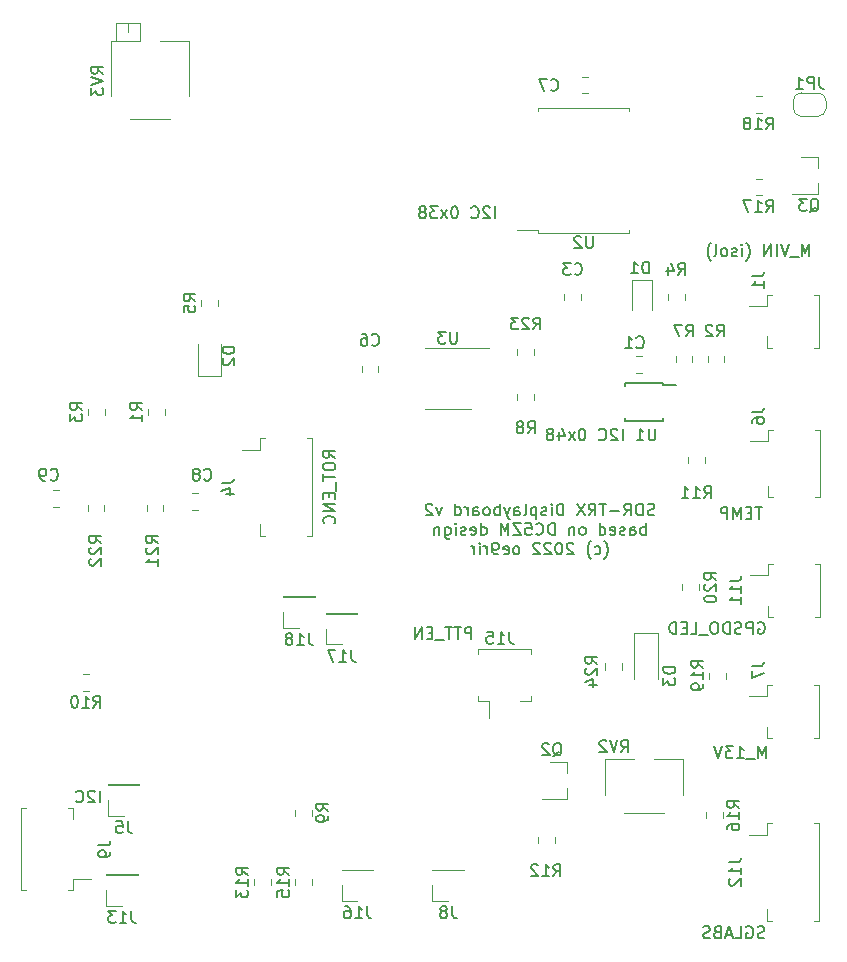
<source format=gbo>
G04 #@! TF.GenerationSoftware,KiCad,Pcbnew,5.1.6+dfsg1-1~bpo9+1*
G04 #@! TF.CreationDate,2022-04-20T06:51:38+02:00*
G04 #@! TF.ProjectId,sdrtrx-arduino,73647274-7278-42d6-9172-6475696e6f2e,rev?*
G04 #@! TF.SameCoordinates,Original*
G04 #@! TF.FileFunction,Legend,Bot*
G04 #@! TF.FilePolarity,Positive*
%FSLAX46Y46*%
G04 Gerber Fmt 4.6, Leading zero omitted, Abs format (unit mm)*
G04 Created by KiCad (PCBNEW 5.1.6+dfsg1-1~bpo9+1) date 2022-04-20 06:51:38*
%MOMM*%
%LPD*%
G01*
G04 APERTURE LIST*
%ADD10C,0.150000*%
%ADD11C,0.120000*%
%ADD12R,1.300000X1.000000*%
%ADD13R,1.800000X1.800000*%
%ADD14R,1.200000X0.350000*%
%ADD15R,1.290000X3.400000*%
%ADD16R,0.600000X0.600000*%
%ADD17O,2.100000X1.800000*%
%ADD18R,2.100000X2.100000*%
%ADD19C,2.100000*%
%ADD20R,2.100000X3.300000*%
%ADD21R,1.290000X2.890000*%
%ADD22R,1.000000X0.900000*%
%ADD23O,1.900000X1.900000*%
%ADD24R,1.900000X1.900000*%
%ADD25C,0.100000*%
%ADD26O,1.800000X1.800000*%
%ADD27C,3.600000*%
%ADD28O,1.700000X1.700000*%
%ADD29R,1.700000X1.700000*%
G04 APERTURE END LIST*
D10*
X127652380Y-57547619D02*
X127176190Y-57214285D01*
X127652380Y-56976190D02*
X126652380Y-56976190D01*
X126652380Y-57357142D01*
X126700000Y-57452380D01*
X126747619Y-57500000D01*
X126842857Y-57547619D01*
X126985714Y-57547619D01*
X127080952Y-57500000D01*
X127128571Y-57452380D01*
X127176190Y-57357142D01*
X127176190Y-56976190D01*
X126652380Y-58166666D02*
X126652380Y-58357142D01*
X126700000Y-58452380D01*
X126795238Y-58547619D01*
X126985714Y-58595238D01*
X127319047Y-58595238D01*
X127509523Y-58547619D01*
X127604761Y-58452380D01*
X127652380Y-58357142D01*
X127652380Y-58166666D01*
X127604761Y-58071428D01*
X127509523Y-57976190D01*
X127319047Y-57928571D01*
X126985714Y-57928571D01*
X126795238Y-57976190D01*
X126700000Y-58071428D01*
X126652380Y-58166666D01*
X126652380Y-58880952D02*
X126652380Y-59452380D01*
X127652380Y-59166666D02*
X126652380Y-59166666D01*
X127747619Y-59547619D02*
X127747619Y-60309523D01*
X127128571Y-60547619D02*
X127128571Y-60880952D01*
X127652380Y-61023809D02*
X127652380Y-60547619D01*
X126652380Y-60547619D01*
X126652380Y-61023809D01*
X127652380Y-61452380D02*
X126652380Y-61452380D01*
X127652380Y-62023809D01*
X126652380Y-62023809D01*
X127557142Y-63071428D02*
X127604761Y-63023809D01*
X127652380Y-62880952D01*
X127652380Y-62785714D01*
X127604761Y-62642857D01*
X127509523Y-62547619D01*
X127414285Y-62500000D01*
X127223809Y-62452380D01*
X127080952Y-62452380D01*
X126890476Y-62500000D01*
X126795238Y-62547619D01*
X126700000Y-62642857D01*
X126652380Y-62785714D01*
X126652380Y-62880952D01*
X126700000Y-63023809D01*
X126747619Y-63071428D01*
X141190476Y-37252380D02*
X141190476Y-36252380D01*
X140761904Y-36347619D02*
X140714285Y-36300000D01*
X140619047Y-36252380D01*
X140380952Y-36252380D01*
X140285714Y-36300000D01*
X140238095Y-36347619D01*
X140190476Y-36442857D01*
X140190476Y-36538095D01*
X140238095Y-36680952D01*
X140809523Y-37252380D01*
X140190476Y-37252380D01*
X139190476Y-37157142D02*
X139238095Y-37204761D01*
X139380952Y-37252380D01*
X139476190Y-37252380D01*
X139619047Y-37204761D01*
X139714285Y-37109523D01*
X139761904Y-37014285D01*
X139809523Y-36823809D01*
X139809523Y-36680952D01*
X139761904Y-36490476D01*
X139714285Y-36395238D01*
X139619047Y-36300000D01*
X139476190Y-36252380D01*
X139380952Y-36252380D01*
X139238095Y-36300000D01*
X139190476Y-36347619D01*
X137809523Y-36252380D02*
X137714285Y-36252380D01*
X137619047Y-36300000D01*
X137571428Y-36347619D01*
X137523809Y-36442857D01*
X137476190Y-36633333D01*
X137476190Y-36871428D01*
X137523809Y-37061904D01*
X137571428Y-37157142D01*
X137619047Y-37204761D01*
X137714285Y-37252380D01*
X137809523Y-37252380D01*
X137904761Y-37204761D01*
X137952380Y-37157142D01*
X138000000Y-37061904D01*
X138047619Y-36871428D01*
X138047619Y-36633333D01*
X138000000Y-36442857D01*
X137952380Y-36347619D01*
X137904761Y-36300000D01*
X137809523Y-36252380D01*
X137142857Y-37252380D02*
X136619047Y-36585714D01*
X137142857Y-36585714D02*
X136619047Y-37252380D01*
X136333333Y-36252380D02*
X135714285Y-36252380D01*
X136047619Y-36633333D01*
X135904761Y-36633333D01*
X135809523Y-36680952D01*
X135761904Y-36728571D01*
X135714285Y-36823809D01*
X135714285Y-37061904D01*
X135761904Y-37157142D01*
X135809523Y-37204761D01*
X135904761Y-37252380D01*
X136190476Y-37252380D01*
X136285714Y-37204761D01*
X136333333Y-37157142D01*
X135142857Y-36680952D02*
X135238095Y-36633333D01*
X135285714Y-36585714D01*
X135333333Y-36490476D01*
X135333333Y-36442857D01*
X135285714Y-36347619D01*
X135238095Y-36300000D01*
X135142857Y-36252380D01*
X134952380Y-36252380D01*
X134857142Y-36300000D01*
X134809523Y-36347619D01*
X134761904Y-36442857D01*
X134761904Y-36490476D01*
X134809523Y-36585714D01*
X134857142Y-36633333D01*
X134952380Y-36680952D01*
X135142857Y-36680952D01*
X135238095Y-36728571D01*
X135285714Y-36776190D01*
X135333333Y-36871428D01*
X135333333Y-37061904D01*
X135285714Y-37157142D01*
X135238095Y-37204761D01*
X135142857Y-37252380D01*
X134952380Y-37252380D01*
X134857142Y-37204761D01*
X134809523Y-37157142D01*
X134761904Y-37061904D01*
X134761904Y-36871428D01*
X134809523Y-36776190D01*
X134857142Y-36728571D01*
X134952380Y-36680952D01*
X151990476Y-56052380D02*
X151990476Y-55052380D01*
X151561904Y-55147619D02*
X151514285Y-55100000D01*
X151419047Y-55052380D01*
X151180952Y-55052380D01*
X151085714Y-55100000D01*
X151038095Y-55147619D01*
X150990476Y-55242857D01*
X150990476Y-55338095D01*
X151038095Y-55480952D01*
X151609523Y-56052380D01*
X150990476Y-56052380D01*
X149990476Y-55957142D02*
X150038095Y-56004761D01*
X150180952Y-56052380D01*
X150276190Y-56052380D01*
X150419047Y-56004761D01*
X150514285Y-55909523D01*
X150561904Y-55814285D01*
X150609523Y-55623809D01*
X150609523Y-55480952D01*
X150561904Y-55290476D01*
X150514285Y-55195238D01*
X150419047Y-55100000D01*
X150276190Y-55052380D01*
X150180952Y-55052380D01*
X150038095Y-55100000D01*
X149990476Y-55147619D01*
X148609523Y-55052380D02*
X148514285Y-55052380D01*
X148419047Y-55100000D01*
X148371428Y-55147619D01*
X148323809Y-55242857D01*
X148276190Y-55433333D01*
X148276190Y-55671428D01*
X148323809Y-55861904D01*
X148371428Y-55957142D01*
X148419047Y-56004761D01*
X148514285Y-56052380D01*
X148609523Y-56052380D01*
X148704761Y-56004761D01*
X148752380Y-55957142D01*
X148800000Y-55861904D01*
X148847619Y-55671428D01*
X148847619Y-55433333D01*
X148800000Y-55242857D01*
X148752380Y-55147619D01*
X148704761Y-55100000D01*
X148609523Y-55052380D01*
X147942857Y-56052380D02*
X147419047Y-55385714D01*
X147942857Y-55385714D02*
X147419047Y-56052380D01*
X146609523Y-55385714D02*
X146609523Y-56052380D01*
X146847619Y-55004761D02*
X147085714Y-55719047D01*
X146466666Y-55719047D01*
X145942857Y-55480952D02*
X146038095Y-55433333D01*
X146085714Y-55385714D01*
X146133333Y-55290476D01*
X146133333Y-55242857D01*
X146085714Y-55147619D01*
X146038095Y-55100000D01*
X145942857Y-55052380D01*
X145752380Y-55052380D01*
X145657142Y-55100000D01*
X145609523Y-55147619D01*
X145561904Y-55242857D01*
X145561904Y-55290476D01*
X145609523Y-55385714D01*
X145657142Y-55433333D01*
X145752380Y-55480952D01*
X145942857Y-55480952D01*
X146038095Y-55528571D01*
X146085714Y-55576190D01*
X146133333Y-55671428D01*
X146133333Y-55861904D01*
X146085714Y-55957142D01*
X146038095Y-56004761D01*
X145942857Y-56052380D01*
X145752380Y-56052380D01*
X145657142Y-56004761D01*
X145609523Y-55957142D01*
X145561904Y-55861904D01*
X145561904Y-55671428D01*
X145609523Y-55576190D01*
X145657142Y-55528571D01*
X145752380Y-55480952D01*
X139180952Y-72852380D02*
X139180952Y-71852380D01*
X138800000Y-71852380D01*
X138704761Y-71900000D01*
X138657142Y-71947619D01*
X138609523Y-72042857D01*
X138609523Y-72185714D01*
X138657142Y-72280952D01*
X138704761Y-72328571D01*
X138800000Y-72376190D01*
X139180952Y-72376190D01*
X138323809Y-71852380D02*
X137752380Y-71852380D01*
X138038095Y-72852380D02*
X138038095Y-71852380D01*
X137561904Y-71852380D02*
X136990476Y-71852380D01*
X137276190Y-72852380D02*
X137276190Y-71852380D01*
X136895238Y-72947619D02*
X136133333Y-72947619D01*
X135895238Y-72328571D02*
X135561904Y-72328571D01*
X135419047Y-72852380D02*
X135895238Y-72852380D01*
X135895238Y-71852380D01*
X135419047Y-71852380D01*
X134990476Y-72852380D02*
X134990476Y-71852380D01*
X134419047Y-72852380D01*
X134419047Y-71852380D01*
X154690476Y-62354761D02*
X154547619Y-62402380D01*
X154309523Y-62402380D01*
X154214285Y-62354761D01*
X154166666Y-62307142D01*
X154119047Y-62211904D01*
X154119047Y-62116666D01*
X154166666Y-62021428D01*
X154214285Y-61973809D01*
X154309523Y-61926190D01*
X154500000Y-61878571D01*
X154595238Y-61830952D01*
X154642857Y-61783333D01*
X154690476Y-61688095D01*
X154690476Y-61592857D01*
X154642857Y-61497619D01*
X154595238Y-61450000D01*
X154500000Y-61402380D01*
X154261904Y-61402380D01*
X154119047Y-61450000D01*
X153690476Y-62402380D02*
X153690476Y-61402380D01*
X153452380Y-61402380D01*
X153309523Y-61450000D01*
X153214285Y-61545238D01*
X153166666Y-61640476D01*
X153119047Y-61830952D01*
X153119047Y-61973809D01*
X153166666Y-62164285D01*
X153214285Y-62259523D01*
X153309523Y-62354761D01*
X153452380Y-62402380D01*
X153690476Y-62402380D01*
X152119047Y-62402380D02*
X152452380Y-61926190D01*
X152690476Y-62402380D02*
X152690476Y-61402380D01*
X152309523Y-61402380D01*
X152214285Y-61450000D01*
X152166666Y-61497619D01*
X152119047Y-61592857D01*
X152119047Y-61735714D01*
X152166666Y-61830952D01*
X152214285Y-61878571D01*
X152309523Y-61926190D01*
X152690476Y-61926190D01*
X151690476Y-62021428D02*
X150928571Y-62021428D01*
X150595238Y-61402380D02*
X150023809Y-61402380D01*
X150309523Y-62402380D02*
X150309523Y-61402380D01*
X149119047Y-62402380D02*
X149452380Y-61926190D01*
X149690476Y-62402380D02*
X149690476Y-61402380D01*
X149309523Y-61402380D01*
X149214285Y-61450000D01*
X149166666Y-61497619D01*
X149119047Y-61592857D01*
X149119047Y-61735714D01*
X149166666Y-61830952D01*
X149214285Y-61878571D01*
X149309523Y-61926190D01*
X149690476Y-61926190D01*
X148785714Y-61402380D02*
X148119047Y-62402380D01*
X148119047Y-61402380D02*
X148785714Y-62402380D01*
X146976190Y-62402380D02*
X146976190Y-61402380D01*
X146738095Y-61402380D01*
X146595238Y-61450000D01*
X146500000Y-61545238D01*
X146452380Y-61640476D01*
X146404761Y-61830952D01*
X146404761Y-61973809D01*
X146452380Y-62164285D01*
X146500000Y-62259523D01*
X146595238Y-62354761D01*
X146738095Y-62402380D01*
X146976190Y-62402380D01*
X145976190Y-62402380D02*
X145976190Y-61735714D01*
X145976190Y-61402380D02*
X146023809Y-61450000D01*
X145976190Y-61497619D01*
X145928571Y-61450000D01*
X145976190Y-61402380D01*
X145976190Y-61497619D01*
X145547619Y-62354761D02*
X145452380Y-62402380D01*
X145261904Y-62402380D01*
X145166666Y-62354761D01*
X145119047Y-62259523D01*
X145119047Y-62211904D01*
X145166666Y-62116666D01*
X145261904Y-62069047D01*
X145404761Y-62069047D01*
X145500000Y-62021428D01*
X145547619Y-61926190D01*
X145547619Y-61878571D01*
X145500000Y-61783333D01*
X145404761Y-61735714D01*
X145261904Y-61735714D01*
X145166666Y-61783333D01*
X144690476Y-61735714D02*
X144690476Y-62735714D01*
X144690476Y-61783333D02*
X144595238Y-61735714D01*
X144404761Y-61735714D01*
X144309523Y-61783333D01*
X144261904Y-61830952D01*
X144214285Y-61926190D01*
X144214285Y-62211904D01*
X144261904Y-62307142D01*
X144309523Y-62354761D01*
X144404761Y-62402380D01*
X144595238Y-62402380D01*
X144690476Y-62354761D01*
X143642857Y-62402380D02*
X143738095Y-62354761D01*
X143785714Y-62259523D01*
X143785714Y-61402380D01*
X142833333Y-62402380D02*
X142833333Y-61878571D01*
X142880952Y-61783333D01*
X142976190Y-61735714D01*
X143166666Y-61735714D01*
X143261904Y-61783333D01*
X142833333Y-62354761D02*
X142928571Y-62402380D01*
X143166666Y-62402380D01*
X143261904Y-62354761D01*
X143309523Y-62259523D01*
X143309523Y-62164285D01*
X143261904Y-62069047D01*
X143166666Y-62021428D01*
X142928571Y-62021428D01*
X142833333Y-61973809D01*
X142452380Y-61735714D02*
X142214285Y-62402380D01*
X141976190Y-61735714D02*
X142214285Y-62402380D01*
X142309523Y-62640476D01*
X142357142Y-62688095D01*
X142452380Y-62735714D01*
X141595238Y-62402380D02*
X141595238Y-61402380D01*
X141595238Y-61783333D02*
X141500000Y-61735714D01*
X141309523Y-61735714D01*
X141214285Y-61783333D01*
X141166666Y-61830952D01*
X141119047Y-61926190D01*
X141119047Y-62211904D01*
X141166666Y-62307142D01*
X141214285Y-62354761D01*
X141309523Y-62402380D01*
X141500000Y-62402380D01*
X141595238Y-62354761D01*
X140547619Y-62402380D02*
X140642857Y-62354761D01*
X140690476Y-62307142D01*
X140738095Y-62211904D01*
X140738095Y-61926190D01*
X140690476Y-61830952D01*
X140642857Y-61783333D01*
X140547619Y-61735714D01*
X140404761Y-61735714D01*
X140309523Y-61783333D01*
X140261904Y-61830952D01*
X140214285Y-61926190D01*
X140214285Y-62211904D01*
X140261904Y-62307142D01*
X140309523Y-62354761D01*
X140404761Y-62402380D01*
X140547619Y-62402380D01*
X139357142Y-62402380D02*
X139357142Y-61878571D01*
X139404761Y-61783333D01*
X139500000Y-61735714D01*
X139690476Y-61735714D01*
X139785714Y-61783333D01*
X139357142Y-62354761D02*
X139452380Y-62402380D01*
X139690476Y-62402380D01*
X139785714Y-62354761D01*
X139833333Y-62259523D01*
X139833333Y-62164285D01*
X139785714Y-62069047D01*
X139690476Y-62021428D01*
X139452380Y-62021428D01*
X139357142Y-61973809D01*
X138880952Y-62402380D02*
X138880952Y-61735714D01*
X138880952Y-61926190D02*
X138833333Y-61830952D01*
X138785714Y-61783333D01*
X138690476Y-61735714D01*
X138595238Y-61735714D01*
X137833333Y-62402380D02*
X137833333Y-61402380D01*
X137833333Y-62354761D02*
X137928571Y-62402380D01*
X138119047Y-62402380D01*
X138214285Y-62354761D01*
X138261904Y-62307142D01*
X138309523Y-62211904D01*
X138309523Y-61926190D01*
X138261904Y-61830952D01*
X138214285Y-61783333D01*
X138119047Y-61735714D01*
X137928571Y-61735714D01*
X137833333Y-61783333D01*
X136690476Y-61735714D02*
X136452380Y-62402380D01*
X136214285Y-61735714D01*
X135880952Y-61497619D02*
X135833333Y-61450000D01*
X135738095Y-61402380D01*
X135500000Y-61402380D01*
X135404761Y-61450000D01*
X135357142Y-61497619D01*
X135309523Y-61592857D01*
X135309523Y-61688095D01*
X135357142Y-61830952D01*
X135928571Y-62402380D01*
X135309523Y-62402380D01*
X153952380Y-64052380D02*
X153952380Y-63052380D01*
X153952380Y-63433333D02*
X153857142Y-63385714D01*
X153666666Y-63385714D01*
X153571428Y-63433333D01*
X153523809Y-63480952D01*
X153476190Y-63576190D01*
X153476190Y-63861904D01*
X153523809Y-63957142D01*
X153571428Y-64004761D01*
X153666666Y-64052380D01*
X153857142Y-64052380D01*
X153952380Y-64004761D01*
X152619047Y-64052380D02*
X152619047Y-63528571D01*
X152666666Y-63433333D01*
X152761904Y-63385714D01*
X152952380Y-63385714D01*
X153047619Y-63433333D01*
X152619047Y-64004761D02*
X152714285Y-64052380D01*
X152952380Y-64052380D01*
X153047619Y-64004761D01*
X153095238Y-63909523D01*
X153095238Y-63814285D01*
X153047619Y-63719047D01*
X152952380Y-63671428D01*
X152714285Y-63671428D01*
X152619047Y-63623809D01*
X152190476Y-64004761D02*
X152095238Y-64052380D01*
X151904761Y-64052380D01*
X151809523Y-64004761D01*
X151761904Y-63909523D01*
X151761904Y-63861904D01*
X151809523Y-63766666D01*
X151904761Y-63719047D01*
X152047619Y-63719047D01*
X152142857Y-63671428D01*
X152190476Y-63576190D01*
X152190476Y-63528571D01*
X152142857Y-63433333D01*
X152047619Y-63385714D01*
X151904761Y-63385714D01*
X151809523Y-63433333D01*
X150952380Y-64004761D02*
X151047619Y-64052380D01*
X151238095Y-64052380D01*
X151333333Y-64004761D01*
X151380952Y-63909523D01*
X151380952Y-63528571D01*
X151333333Y-63433333D01*
X151238095Y-63385714D01*
X151047619Y-63385714D01*
X150952380Y-63433333D01*
X150904761Y-63528571D01*
X150904761Y-63623809D01*
X151380952Y-63719047D01*
X150047619Y-64052380D02*
X150047619Y-63052380D01*
X150047619Y-64004761D02*
X150142857Y-64052380D01*
X150333333Y-64052380D01*
X150428571Y-64004761D01*
X150476190Y-63957142D01*
X150523809Y-63861904D01*
X150523809Y-63576190D01*
X150476190Y-63480952D01*
X150428571Y-63433333D01*
X150333333Y-63385714D01*
X150142857Y-63385714D01*
X150047619Y-63433333D01*
X148666666Y-64052380D02*
X148761904Y-64004761D01*
X148809523Y-63957142D01*
X148857142Y-63861904D01*
X148857142Y-63576190D01*
X148809523Y-63480952D01*
X148761904Y-63433333D01*
X148666666Y-63385714D01*
X148523809Y-63385714D01*
X148428571Y-63433333D01*
X148380952Y-63480952D01*
X148333333Y-63576190D01*
X148333333Y-63861904D01*
X148380952Y-63957142D01*
X148428571Y-64004761D01*
X148523809Y-64052380D01*
X148666666Y-64052380D01*
X147904761Y-63385714D02*
X147904761Y-64052380D01*
X147904761Y-63480952D02*
X147857142Y-63433333D01*
X147761904Y-63385714D01*
X147619047Y-63385714D01*
X147523809Y-63433333D01*
X147476190Y-63528571D01*
X147476190Y-64052380D01*
X146238095Y-64052380D02*
X146238095Y-63052380D01*
X146000000Y-63052380D01*
X145857142Y-63100000D01*
X145761904Y-63195238D01*
X145714285Y-63290476D01*
X145666666Y-63480952D01*
X145666666Y-63623809D01*
X145714285Y-63814285D01*
X145761904Y-63909523D01*
X145857142Y-64004761D01*
X146000000Y-64052380D01*
X146238095Y-64052380D01*
X144666666Y-63957142D02*
X144714285Y-64004761D01*
X144857142Y-64052380D01*
X144952380Y-64052380D01*
X145095238Y-64004761D01*
X145190476Y-63909523D01*
X145238095Y-63814285D01*
X145285714Y-63623809D01*
X145285714Y-63480952D01*
X145238095Y-63290476D01*
X145190476Y-63195238D01*
X145095238Y-63100000D01*
X144952380Y-63052380D01*
X144857142Y-63052380D01*
X144714285Y-63100000D01*
X144666666Y-63147619D01*
X143761904Y-63052380D02*
X144238095Y-63052380D01*
X144285714Y-63528571D01*
X144238095Y-63480952D01*
X144142857Y-63433333D01*
X143904761Y-63433333D01*
X143809523Y-63480952D01*
X143761904Y-63528571D01*
X143714285Y-63623809D01*
X143714285Y-63861904D01*
X143761904Y-63957142D01*
X143809523Y-64004761D01*
X143904761Y-64052380D01*
X144142857Y-64052380D01*
X144238095Y-64004761D01*
X144285714Y-63957142D01*
X143380952Y-63052380D02*
X142714285Y-63052380D01*
X143380952Y-64052380D01*
X142714285Y-64052380D01*
X142333333Y-64052380D02*
X142333333Y-63052380D01*
X142000000Y-63766666D01*
X141666666Y-63052380D01*
X141666666Y-64052380D01*
X140000000Y-64052380D02*
X140000000Y-63052380D01*
X140000000Y-64004761D02*
X140095238Y-64052380D01*
X140285714Y-64052380D01*
X140380952Y-64004761D01*
X140428571Y-63957142D01*
X140476190Y-63861904D01*
X140476190Y-63576190D01*
X140428571Y-63480952D01*
X140380952Y-63433333D01*
X140285714Y-63385714D01*
X140095238Y-63385714D01*
X140000000Y-63433333D01*
X139142857Y-64004761D02*
X139238095Y-64052380D01*
X139428571Y-64052380D01*
X139523809Y-64004761D01*
X139571428Y-63909523D01*
X139571428Y-63528571D01*
X139523809Y-63433333D01*
X139428571Y-63385714D01*
X139238095Y-63385714D01*
X139142857Y-63433333D01*
X139095238Y-63528571D01*
X139095238Y-63623809D01*
X139571428Y-63719047D01*
X138714285Y-64004761D02*
X138619047Y-64052380D01*
X138428571Y-64052380D01*
X138333333Y-64004761D01*
X138285714Y-63909523D01*
X138285714Y-63861904D01*
X138333333Y-63766666D01*
X138428571Y-63719047D01*
X138571428Y-63719047D01*
X138666666Y-63671428D01*
X138714285Y-63576190D01*
X138714285Y-63528571D01*
X138666666Y-63433333D01*
X138571428Y-63385714D01*
X138428571Y-63385714D01*
X138333333Y-63433333D01*
X137857142Y-64052380D02*
X137857142Y-63385714D01*
X137857142Y-63052380D02*
X137904761Y-63100000D01*
X137857142Y-63147619D01*
X137809523Y-63100000D01*
X137857142Y-63052380D01*
X137857142Y-63147619D01*
X136952380Y-63385714D02*
X136952380Y-64195238D01*
X137000000Y-64290476D01*
X137047619Y-64338095D01*
X137142857Y-64385714D01*
X137285714Y-64385714D01*
X137380952Y-64338095D01*
X136952380Y-64004761D02*
X137047619Y-64052380D01*
X137238095Y-64052380D01*
X137333333Y-64004761D01*
X137380952Y-63957142D01*
X137428571Y-63861904D01*
X137428571Y-63576190D01*
X137380952Y-63480952D01*
X137333333Y-63433333D01*
X137238095Y-63385714D01*
X137047619Y-63385714D01*
X136952380Y-63433333D01*
X136476190Y-63385714D02*
X136476190Y-64052380D01*
X136476190Y-63480952D02*
X136428571Y-63433333D01*
X136333333Y-63385714D01*
X136190476Y-63385714D01*
X136095238Y-63433333D01*
X136047619Y-63528571D01*
X136047619Y-64052380D01*
X150452380Y-66083333D02*
X150500000Y-66035714D01*
X150595238Y-65892857D01*
X150642857Y-65797619D01*
X150690476Y-65654761D01*
X150738095Y-65416666D01*
X150738095Y-65226190D01*
X150690476Y-64988095D01*
X150642857Y-64845238D01*
X150595238Y-64750000D01*
X150500000Y-64607142D01*
X150452380Y-64559523D01*
X149642857Y-65654761D02*
X149738095Y-65702380D01*
X149928571Y-65702380D01*
X150023809Y-65654761D01*
X150071428Y-65607142D01*
X150119047Y-65511904D01*
X150119047Y-65226190D01*
X150071428Y-65130952D01*
X150023809Y-65083333D01*
X149928571Y-65035714D01*
X149738095Y-65035714D01*
X149642857Y-65083333D01*
X149309523Y-66083333D02*
X149261904Y-66035714D01*
X149166666Y-65892857D01*
X149119047Y-65797619D01*
X149071428Y-65654761D01*
X149023809Y-65416666D01*
X149023809Y-65226190D01*
X149071428Y-64988095D01*
X149119047Y-64845238D01*
X149166666Y-64750000D01*
X149261904Y-64607142D01*
X149309523Y-64559523D01*
X147833333Y-64797619D02*
X147785714Y-64750000D01*
X147690476Y-64702380D01*
X147452380Y-64702380D01*
X147357142Y-64750000D01*
X147309523Y-64797619D01*
X147261904Y-64892857D01*
X147261904Y-64988095D01*
X147309523Y-65130952D01*
X147880952Y-65702380D01*
X147261904Y-65702380D01*
X146642857Y-64702380D02*
X146547619Y-64702380D01*
X146452380Y-64750000D01*
X146404761Y-64797619D01*
X146357142Y-64892857D01*
X146309523Y-65083333D01*
X146309523Y-65321428D01*
X146357142Y-65511904D01*
X146404761Y-65607142D01*
X146452380Y-65654761D01*
X146547619Y-65702380D01*
X146642857Y-65702380D01*
X146738095Y-65654761D01*
X146785714Y-65607142D01*
X146833333Y-65511904D01*
X146880952Y-65321428D01*
X146880952Y-65083333D01*
X146833333Y-64892857D01*
X146785714Y-64797619D01*
X146738095Y-64750000D01*
X146642857Y-64702380D01*
X145928571Y-64797619D02*
X145880952Y-64750000D01*
X145785714Y-64702380D01*
X145547619Y-64702380D01*
X145452380Y-64750000D01*
X145404761Y-64797619D01*
X145357142Y-64892857D01*
X145357142Y-64988095D01*
X145404761Y-65130952D01*
X145976190Y-65702380D01*
X145357142Y-65702380D01*
X144976190Y-64797619D02*
X144928571Y-64750000D01*
X144833333Y-64702380D01*
X144595238Y-64702380D01*
X144500000Y-64750000D01*
X144452380Y-64797619D01*
X144404761Y-64892857D01*
X144404761Y-64988095D01*
X144452380Y-65130952D01*
X145023809Y-65702380D01*
X144404761Y-65702380D01*
X143071428Y-65702380D02*
X143166666Y-65654761D01*
X143214285Y-65607142D01*
X143261904Y-65511904D01*
X143261904Y-65226190D01*
X143214285Y-65130952D01*
X143166666Y-65083333D01*
X143071428Y-65035714D01*
X142928571Y-65035714D01*
X142833333Y-65083333D01*
X142785714Y-65130952D01*
X142738095Y-65226190D01*
X142738095Y-65511904D01*
X142785714Y-65607142D01*
X142833333Y-65654761D01*
X142928571Y-65702380D01*
X143071428Y-65702380D01*
X141928571Y-65654761D02*
X142023809Y-65702380D01*
X142214285Y-65702380D01*
X142309523Y-65654761D01*
X142357142Y-65559523D01*
X142357142Y-65178571D01*
X142309523Y-65083333D01*
X142214285Y-65035714D01*
X142023809Y-65035714D01*
X141928571Y-65083333D01*
X141880952Y-65178571D01*
X141880952Y-65273809D01*
X142357142Y-65369047D01*
X141404761Y-65702380D02*
X141214285Y-65702380D01*
X141119047Y-65654761D01*
X141071428Y-65607142D01*
X140976190Y-65464285D01*
X140928571Y-65273809D01*
X140928571Y-64892857D01*
X140976190Y-64797619D01*
X141023809Y-64750000D01*
X141119047Y-64702380D01*
X141309523Y-64702380D01*
X141404761Y-64750000D01*
X141452380Y-64797619D01*
X141500000Y-64892857D01*
X141500000Y-65130952D01*
X141452380Y-65226190D01*
X141404761Y-65273809D01*
X141309523Y-65321428D01*
X141119047Y-65321428D01*
X141023809Y-65273809D01*
X140976190Y-65226190D01*
X140928571Y-65130952D01*
X140500000Y-65702380D02*
X140500000Y-65035714D01*
X140500000Y-65226190D02*
X140452380Y-65130952D01*
X140404761Y-65083333D01*
X140309523Y-65035714D01*
X140214285Y-65035714D01*
X139880952Y-65702380D02*
X139880952Y-65035714D01*
X139880952Y-64702380D02*
X139928571Y-64750000D01*
X139880952Y-64797619D01*
X139833333Y-64750000D01*
X139880952Y-64702380D01*
X139880952Y-64797619D01*
X139404761Y-65702380D02*
X139404761Y-65035714D01*
X139404761Y-65226190D02*
X139357142Y-65130952D01*
X139309523Y-65083333D01*
X139214285Y-65035714D01*
X139119047Y-65035714D01*
X107726190Y-86702380D02*
X107726190Y-85702380D01*
X107297619Y-85797619D02*
X107250000Y-85750000D01*
X107154761Y-85702380D01*
X106916666Y-85702380D01*
X106821428Y-85750000D01*
X106773809Y-85797619D01*
X106726190Y-85892857D01*
X106726190Y-85988095D01*
X106773809Y-86130952D01*
X107345238Y-86702380D01*
X106726190Y-86702380D01*
X105726190Y-86607142D02*
X105773809Y-86654761D01*
X105916666Y-86702380D01*
X106011904Y-86702380D01*
X106154761Y-86654761D01*
X106250000Y-86559523D01*
X106297619Y-86464285D01*
X106345238Y-86273809D01*
X106345238Y-86130952D01*
X106297619Y-85940476D01*
X106250000Y-85845238D01*
X106154761Y-85750000D01*
X106011904Y-85702380D01*
X105916666Y-85702380D01*
X105773809Y-85750000D01*
X105726190Y-85797619D01*
X167809523Y-40452380D02*
X167809523Y-39452380D01*
X167476190Y-40166666D01*
X167142857Y-39452380D01*
X167142857Y-40452380D01*
X166904761Y-40547619D02*
X166142857Y-40547619D01*
X166047619Y-39452380D02*
X165714285Y-40452380D01*
X165380952Y-39452380D01*
X165047619Y-40452380D02*
X165047619Y-39452380D01*
X164571428Y-40452380D02*
X164571428Y-39452380D01*
X164000000Y-40452380D01*
X164000000Y-39452380D01*
X162476190Y-40833333D02*
X162523809Y-40785714D01*
X162619047Y-40642857D01*
X162666666Y-40547619D01*
X162714285Y-40404761D01*
X162761904Y-40166666D01*
X162761904Y-39976190D01*
X162714285Y-39738095D01*
X162666666Y-39595238D01*
X162619047Y-39500000D01*
X162523809Y-39357142D01*
X162476190Y-39309523D01*
X162095238Y-40452380D02*
X162095238Y-39785714D01*
X162095238Y-39452380D02*
X162142857Y-39500000D01*
X162095238Y-39547619D01*
X162047619Y-39500000D01*
X162095238Y-39452380D01*
X162095238Y-39547619D01*
X161666666Y-40404761D02*
X161571428Y-40452380D01*
X161380952Y-40452380D01*
X161285714Y-40404761D01*
X161238095Y-40309523D01*
X161238095Y-40261904D01*
X161285714Y-40166666D01*
X161380952Y-40119047D01*
X161523809Y-40119047D01*
X161619047Y-40071428D01*
X161666666Y-39976190D01*
X161666666Y-39928571D01*
X161619047Y-39833333D01*
X161523809Y-39785714D01*
X161380952Y-39785714D01*
X161285714Y-39833333D01*
X160666666Y-40452380D02*
X160761904Y-40404761D01*
X160809523Y-40357142D01*
X160857142Y-40261904D01*
X160857142Y-39976190D01*
X160809523Y-39880952D01*
X160761904Y-39833333D01*
X160666666Y-39785714D01*
X160523809Y-39785714D01*
X160428571Y-39833333D01*
X160380952Y-39880952D01*
X160333333Y-39976190D01*
X160333333Y-40261904D01*
X160380952Y-40357142D01*
X160428571Y-40404761D01*
X160523809Y-40452380D01*
X160666666Y-40452380D01*
X159761904Y-40452380D02*
X159857142Y-40404761D01*
X159904761Y-40309523D01*
X159904761Y-39452380D01*
X159476190Y-40833333D02*
X159428571Y-40785714D01*
X159333333Y-40642857D01*
X159285714Y-40547619D01*
X159238095Y-40404761D01*
X159190476Y-40166666D01*
X159190476Y-39976190D01*
X159238095Y-39738095D01*
X159285714Y-39595238D01*
X159333333Y-39500000D01*
X159428571Y-39357142D01*
X159476190Y-39309523D01*
X163809523Y-61702380D02*
X163238095Y-61702380D01*
X163523809Y-62702380D02*
X163523809Y-61702380D01*
X162904761Y-62178571D02*
X162571428Y-62178571D01*
X162428571Y-62702380D02*
X162904761Y-62702380D01*
X162904761Y-61702380D01*
X162428571Y-61702380D01*
X162000000Y-62702380D02*
X162000000Y-61702380D01*
X161666666Y-62416666D01*
X161333333Y-61702380D01*
X161333333Y-62702380D01*
X160857142Y-62702380D02*
X160857142Y-61702380D01*
X160476190Y-61702380D01*
X160380952Y-61750000D01*
X160333333Y-61797619D01*
X160285714Y-61892857D01*
X160285714Y-62035714D01*
X160333333Y-62130952D01*
X160380952Y-62178571D01*
X160476190Y-62226190D01*
X160857142Y-62226190D01*
X164095238Y-82952380D02*
X164095238Y-81952380D01*
X163761904Y-82666666D01*
X163428571Y-81952380D01*
X163428571Y-82952380D01*
X163190476Y-83047619D02*
X162428571Y-83047619D01*
X161666666Y-82952380D02*
X162238095Y-82952380D01*
X161952380Y-82952380D02*
X161952380Y-81952380D01*
X162047619Y-82095238D01*
X162142857Y-82190476D01*
X162238095Y-82238095D01*
X161333333Y-81952380D02*
X160714285Y-81952380D01*
X161047619Y-82333333D01*
X160904761Y-82333333D01*
X160809523Y-82380952D01*
X160761904Y-82428571D01*
X160714285Y-82523809D01*
X160714285Y-82761904D01*
X160761904Y-82857142D01*
X160809523Y-82904761D01*
X160904761Y-82952380D01*
X161190476Y-82952380D01*
X161285714Y-82904761D01*
X161333333Y-82857142D01*
X160428571Y-81952380D02*
X160095238Y-82952380D01*
X159761904Y-81952380D01*
X163995238Y-98154761D02*
X163852380Y-98202380D01*
X163614285Y-98202380D01*
X163519047Y-98154761D01*
X163471428Y-98107142D01*
X163423809Y-98011904D01*
X163423809Y-97916666D01*
X163471428Y-97821428D01*
X163519047Y-97773809D01*
X163614285Y-97726190D01*
X163804761Y-97678571D01*
X163900000Y-97630952D01*
X163947619Y-97583333D01*
X163995238Y-97488095D01*
X163995238Y-97392857D01*
X163947619Y-97297619D01*
X163900000Y-97250000D01*
X163804761Y-97202380D01*
X163566666Y-97202380D01*
X163423809Y-97250000D01*
X162471428Y-97250000D02*
X162566666Y-97202380D01*
X162709523Y-97202380D01*
X162852380Y-97250000D01*
X162947619Y-97345238D01*
X162995238Y-97440476D01*
X163042857Y-97630952D01*
X163042857Y-97773809D01*
X162995238Y-97964285D01*
X162947619Y-98059523D01*
X162852380Y-98154761D01*
X162709523Y-98202380D01*
X162614285Y-98202380D01*
X162471428Y-98154761D01*
X162423809Y-98107142D01*
X162423809Y-97773809D01*
X162614285Y-97773809D01*
X161519047Y-98202380D02*
X161995238Y-98202380D01*
X161995238Y-97202380D01*
X161233333Y-97916666D02*
X160757142Y-97916666D01*
X161328571Y-98202380D02*
X160995238Y-97202380D01*
X160661904Y-98202380D01*
X159995238Y-97678571D02*
X159852380Y-97726190D01*
X159804761Y-97773809D01*
X159757142Y-97869047D01*
X159757142Y-98011904D01*
X159804761Y-98107142D01*
X159852380Y-98154761D01*
X159947619Y-98202380D01*
X160328571Y-98202380D01*
X160328571Y-97202380D01*
X159995238Y-97202380D01*
X159900000Y-97250000D01*
X159852380Y-97297619D01*
X159804761Y-97392857D01*
X159804761Y-97488095D01*
X159852380Y-97583333D01*
X159900000Y-97630952D01*
X159995238Y-97678571D01*
X160328571Y-97678571D01*
X159376190Y-98154761D02*
X159233333Y-98202380D01*
X158995238Y-98202380D01*
X158900000Y-98154761D01*
X158852380Y-98107142D01*
X158804761Y-98011904D01*
X158804761Y-97916666D01*
X158852380Y-97821428D01*
X158900000Y-97773809D01*
X158995238Y-97726190D01*
X159185714Y-97678571D01*
X159280952Y-97630952D01*
X159328571Y-97583333D01*
X159376190Y-97488095D01*
X159376190Y-97392857D01*
X159328571Y-97297619D01*
X159280952Y-97250000D01*
X159185714Y-97202380D01*
X158947619Y-97202380D01*
X158804761Y-97250000D01*
X163476190Y-71500000D02*
X163571428Y-71452380D01*
X163714285Y-71452380D01*
X163857142Y-71500000D01*
X163952380Y-71595238D01*
X164000000Y-71690476D01*
X164047619Y-71880952D01*
X164047619Y-72023809D01*
X164000000Y-72214285D01*
X163952380Y-72309523D01*
X163857142Y-72404761D01*
X163714285Y-72452380D01*
X163619047Y-72452380D01*
X163476190Y-72404761D01*
X163428571Y-72357142D01*
X163428571Y-72023809D01*
X163619047Y-72023809D01*
X163000000Y-72452380D02*
X163000000Y-71452380D01*
X162619047Y-71452380D01*
X162523809Y-71500000D01*
X162476190Y-71547619D01*
X162428571Y-71642857D01*
X162428571Y-71785714D01*
X162476190Y-71880952D01*
X162523809Y-71928571D01*
X162619047Y-71976190D01*
X163000000Y-71976190D01*
X162047619Y-72404761D02*
X161904761Y-72452380D01*
X161666666Y-72452380D01*
X161571428Y-72404761D01*
X161523809Y-72357142D01*
X161476190Y-72261904D01*
X161476190Y-72166666D01*
X161523809Y-72071428D01*
X161571428Y-72023809D01*
X161666666Y-71976190D01*
X161857142Y-71928571D01*
X161952380Y-71880952D01*
X162000000Y-71833333D01*
X162047619Y-71738095D01*
X162047619Y-71642857D01*
X162000000Y-71547619D01*
X161952380Y-71500000D01*
X161857142Y-71452380D01*
X161619047Y-71452380D01*
X161476190Y-71500000D01*
X161047619Y-72452380D02*
X161047619Y-71452380D01*
X160809523Y-71452380D01*
X160666666Y-71500000D01*
X160571428Y-71595238D01*
X160523809Y-71690476D01*
X160476190Y-71880952D01*
X160476190Y-72023809D01*
X160523809Y-72214285D01*
X160571428Y-72309523D01*
X160666666Y-72404761D01*
X160809523Y-72452380D01*
X161047619Y-72452380D01*
X159857142Y-71452380D02*
X159666666Y-71452380D01*
X159571428Y-71500000D01*
X159476190Y-71595238D01*
X159428571Y-71785714D01*
X159428571Y-72119047D01*
X159476190Y-72309523D01*
X159571428Y-72404761D01*
X159666666Y-72452380D01*
X159857142Y-72452380D01*
X159952380Y-72404761D01*
X160047619Y-72309523D01*
X160095238Y-72119047D01*
X160095238Y-71785714D01*
X160047619Y-71595238D01*
X159952380Y-71500000D01*
X159857142Y-71452380D01*
X159238095Y-72547619D02*
X158476190Y-72547619D01*
X157761904Y-72452380D02*
X158238095Y-72452380D01*
X158238095Y-71452380D01*
X157428571Y-71928571D02*
X157095238Y-71928571D01*
X156952380Y-72452380D02*
X157428571Y-72452380D01*
X157428571Y-71452380D01*
X156952380Y-71452380D01*
X156523809Y-72452380D02*
X156523809Y-71452380D01*
X156285714Y-71452380D01*
X156142857Y-71500000D01*
X156047619Y-71595238D01*
X156000000Y-71690476D01*
X155952380Y-71880952D01*
X155952380Y-72023809D01*
X156000000Y-72214285D01*
X156047619Y-72309523D01*
X156142857Y-72404761D01*
X156285714Y-72452380D01*
X156523809Y-72452380D01*
D11*
X150490000Y-74941422D02*
X150490000Y-75458578D01*
X151910000Y-74941422D02*
X151910000Y-75458578D01*
X153000000Y-72350000D02*
X155000000Y-72350000D01*
X155000000Y-72350000D02*
X155000000Y-76250000D01*
X153000000Y-72350000D02*
X153000000Y-76250000D01*
X123270000Y-69270000D02*
X125930000Y-69270000D01*
X123270000Y-69330000D02*
X123270000Y-69270000D01*
X125930000Y-69330000D02*
X125930000Y-69270000D01*
X123270000Y-69330000D02*
X125930000Y-69330000D01*
X123270000Y-70600000D02*
X123270000Y-71930000D01*
X123270000Y-71930000D02*
X124600000Y-71930000D01*
X126870000Y-70670000D02*
X129530000Y-70670000D01*
X126870000Y-70730000D02*
X126870000Y-70670000D01*
X129530000Y-70730000D02*
X129530000Y-70670000D01*
X126870000Y-70730000D02*
X129530000Y-70730000D01*
X126870000Y-72000000D02*
X126870000Y-73330000D01*
X126870000Y-73330000D02*
X128200000Y-73330000D01*
X137200000Y-53360000D02*
X135250000Y-53360000D01*
X137200000Y-53360000D02*
X139150000Y-53360000D01*
X137200000Y-48240000D02*
X135250000Y-48240000D01*
X137200000Y-48240000D02*
X140650000Y-48240000D01*
D10*
X155425000Y-51175000D02*
X155425000Y-51350000D01*
X152175000Y-51175000D02*
X152175000Y-51450000D01*
X152175000Y-54425000D02*
X152175000Y-54150000D01*
X155425000Y-54425000D02*
X155425000Y-54150000D01*
X155425000Y-51175000D02*
X152175000Y-51175000D01*
X155425000Y-54425000D02*
X152175000Y-54425000D01*
X155425000Y-51350000D02*
X156500000Y-51350000D01*
D11*
X143090000Y-48341422D02*
X143090000Y-48858578D01*
X144510000Y-48341422D02*
X144510000Y-48858578D01*
X144510000Y-52658578D02*
X144510000Y-52141422D01*
X143090000Y-52658578D02*
X143090000Y-52141422D01*
X153141422Y-50310000D02*
X153658578Y-50310000D01*
X153141422Y-48890000D02*
X153658578Y-48890000D01*
X108705000Y-22255000D02*
X108705000Y-26910000D01*
X115295000Y-22255000D02*
X115295000Y-26910000D01*
X108705000Y-22255000D02*
X111165000Y-22255000D01*
X112835000Y-22255000D02*
X115295000Y-22255000D01*
X110295000Y-28845000D02*
X113705000Y-28845000D01*
X109085000Y-20735000D02*
X109085000Y-22254000D01*
X111105000Y-20735000D02*
X111105000Y-22254000D01*
X109085000Y-20735000D02*
X111105000Y-20735000D01*
X109085000Y-22254000D02*
X111105000Y-22254000D01*
X110095000Y-20735000D02*
X110095000Y-21494000D01*
X106690000Y-61541422D02*
X106690000Y-62058578D01*
X108110000Y-61541422D02*
X108110000Y-62058578D01*
X113110000Y-62058578D02*
X113110000Y-61541422D01*
X111690000Y-62058578D02*
X111690000Y-61541422D01*
X139765000Y-77660000D02*
X139765000Y-78110000D01*
X139765000Y-78110000D02*
X140715000Y-78110000D01*
X140715000Y-78110000D02*
X140715000Y-79600000D01*
X144235000Y-77660000D02*
X144235000Y-78110000D01*
X144235000Y-78110000D02*
X143285000Y-78110000D01*
X139765000Y-74140000D02*
X139765000Y-73690000D01*
X139765000Y-73690000D02*
X144235000Y-73690000D01*
X144235000Y-73690000D02*
X144235000Y-74140000D01*
X164665500Y-88490000D02*
X164215500Y-88490000D01*
X164215500Y-88490000D02*
X164215500Y-89440000D01*
X164215500Y-89440000D02*
X162725500Y-89440000D01*
X164665500Y-96710000D02*
X164215500Y-96710000D01*
X164215500Y-96710000D02*
X164215500Y-95760000D01*
X168185500Y-88490000D02*
X168635500Y-88490000D01*
X168635500Y-88490000D02*
X168635500Y-96710000D01*
X168635500Y-96710000D02*
X168185500Y-96710000D01*
X121740000Y-55890000D02*
X121290000Y-55890000D01*
X121290000Y-55890000D02*
X121290000Y-56840000D01*
X121290000Y-56840000D02*
X119800000Y-56840000D01*
X121740000Y-64110000D02*
X121290000Y-64110000D01*
X121290000Y-64110000D02*
X121290000Y-63160000D01*
X125260000Y-55890000D02*
X125710000Y-55890000D01*
X125710000Y-55890000D02*
X125710000Y-64110000D01*
X125710000Y-64110000D02*
X125260000Y-64110000D01*
X104258578Y-60290000D02*
X103741422Y-60290000D01*
X104258578Y-61710000D02*
X103741422Y-61710000D01*
X116058578Y-60490000D02*
X115541422Y-60490000D01*
X116058578Y-61910000D02*
X115541422Y-61910000D01*
X157040000Y-68758578D02*
X157040000Y-68241422D01*
X158460000Y-68758578D02*
X158460000Y-68241422D01*
X168710000Y-70985000D02*
X168260000Y-70985000D01*
X168710000Y-66515000D02*
X168710000Y-70985000D01*
X168260000Y-66515000D02*
X168710000Y-66515000D01*
X164290000Y-70985000D02*
X164290000Y-70035000D01*
X164740000Y-70985000D02*
X164290000Y-70985000D01*
X164290000Y-67465000D02*
X162800000Y-67465000D01*
X164290000Y-66515000D02*
X164290000Y-67465000D01*
X164740000Y-66515000D02*
X164290000Y-66515000D01*
X152756500Y-42442000D02*
X152756500Y-44992000D01*
X154456500Y-42442000D02*
X154456500Y-44992000D01*
X152756500Y-42442000D02*
X154456500Y-42442000D01*
X128210000Y-95056000D02*
X129540000Y-95056000D01*
X128210000Y-93726000D02*
X128210000Y-95056000D01*
X128210000Y-92456000D02*
X130870000Y-92456000D01*
X130870000Y-92456000D02*
X130870000Y-92396000D01*
X128210000Y-92456000D02*
X128210000Y-92396000D01*
X128210000Y-92396000D02*
X130870000Y-92396000D01*
X108271000Y-95437000D02*
X109601000Y-95437000D01*
X108271000Y-94107000D02*
X108271000Y-95437000D01*
X108271000Y-92837000D02*
X110931000Y-92837000D01*
X110931000Y-92837000D02*
X110931000Y-92777000D01*
X108271000Y-92837000D02*
X108271000Y-92777000D01*
X108271000Y-92777000D02*
X110931000Y-92777000D01*
X135893500Y-95056000D02*
X137223500Y-95056000D01*
X135893500Y-93726000D02*
X135893500Y-95056000D01*
X135893500Y-92456000D02*
X138553500Y-92456000D01*
X138553500Y-92456000D02*
X138553500Y-92396000D01*
X135893500Y-92456000D02*
X135893500Y-92396000D01*
X135893500Y-92396000D02*
X138553500Y-92396000D01*
X168635500Y-48209000D02*
X168185500Y-48209000D01*
X168635500Y-43739000D02*
X168635500Y-48209000D01*
X168185500Y-43739000D02*
X168635500Y-43739000D01*
X164215500Y-48209000D02*
X164215500Y-47259000D01*
X164665500Y-48209000D02*
X164215500Y-48209000D01*
X164215500Y-44689000D02*
X162725500Y-44689000D01*
X164215500Y-43739000D02*
X164215500Y-44689000D01*
X164665500Y-43739000D02*
X164215500Y-43739000D01*
X101049000Y-87193000D02*
X101499000Y-87193000D01*
X101049000Y-94163000D02*
X101049000Y-87193000D01*
X101499000Y-94163000D02*
X101049000Y-94163000D01*
X105469000Y-87193000D02*
X105469000Y-88143000D01*
X105019000Y-87193000D02*
X105469000Y-87193000D01*
X105469000Y-93213000D02*
X106959000Y-93213000D01*
X105469000Y-94163000D02*
X105469000Y-93213000D01*
X105019000Y-94163000D02*
X105469000Y-94163000D01*
X168635500Y-81235000D02*
X168185500Y-81235000D01*
X168635500Y-76765000D02*
X168635500Y-81235000D01*
X168185500Y-76765000D02*
X168635500Y-76765000D01*
X164215500Y-81235000D02*
X164215500Y-80285000D01*
X164665500Y-81235000D02*
X164215500Y-81235000D01*
X164215500Y-77715000D02*
X162725500Y-77715000D01*
X164215500Y-76765000D02*
X164215500Y-77715000D01*
X164665500Y-76765000D02*
X164215500Y-76765000D01*
X168710000Y-60860000D02*
X168260000Y-60860000D01*
X168710000Y-55140000D02*
X168710000Y-60860000D01*
X168260000Y-55140000D02*
X168710000Y-55140000D01*
X164290000Y-60860000D02*
X164290000Y-59910000D01*
X164740000Y-60860000D02*
X164290000Y-60860000D01*
X164290000Y-56090000D02*
X162800000Y-56090000D01*
X164290000Y-55140000D02*
X164290000Y-56090000D01*
X164740000Y-55140000D02*
X164290000Y-55140000D01*
X108420000Y-87830000D02*
X109750000Y-87830000D01*
X108420000Y-86500000D02*
X108420000Y-87830000D01*
X108420000Y-85230000D02*
X111080000Y-85230000D01*
X111080000Y-85230000D02*
X111080000Y-85170000D01*
X108420000Y-85230000D02*
X108420000Y-85170000D01*
X108420000Y-85170000D02*
X111080000Y-85170000D01*
X144857000Y-38215500D02*
X143042000Y-38215500D01*
X144857000Y-38470500D02*
X144857000Y-38215500D01*
X148717000Y-38470500D02*
X144857000Y-38470500D01*
X152577000Y-38470500D02*
X152577000Y-38215500D01*
X148717000Y-38470500D02*
X152577000Y-38470500D01*
X144857000Y-27950500D02*
X144857000Y-28205500D01*
X148717000Y-27950500D02*
X144857000Y-27950500D01*
X152577000Y-27950500D02*
X152577000Y-28205500D01*
X148717000Y-27950500D02*
X152577000Y-27950500D01*
X157092000Y-86121000D02*
X157092000Y-83067000D01*
X150502000Y-86121000D02*
X150502000Y-83067000D01*
X154632000Y-83067000D02*
X157092000Y-83067000D01*
X150502000Y-83067000D02*
X152962000Y-83067000D01*
X152092000Y-87627000D02*
X155502000Y-87627000D01*
X159310000Y-76258578D02*
X159310000Y-75741422D01*
X160730000Y-76258578D02*
X160730000Y-75741422D01*
X163253922Y-26912500D02*
X163771078Y-26912500D01*
X163253922Y-28332500D02*
X163771078Y-28332500D01*
X163253922Y-33897500D02*
X163771078Y-33897500D01*
X163253922Y-35317500D02*
X163771078Y-35317500D01*
X159056000Y-88064078D02*
X159056000Y-87546922D01*
X160476000Y-88064078D02*
X160476000Y-87546922D01*
X125678000Y-93213422D02*
X125678000Y-93730578D01*
X124258000Y-93213422D02*
X124258000Y-93730578D01*
X122185500Y-93213422D02*
X122185500Y-93730578D01*
X120765500Y-93213422D02*
X120765500Y-93730578D01*
X146252000Y-89608922D02*
X146252000Y-90126078D01*
X144832000Y-89608922D02*
X144832000Y-90126078D01*
X158960000Y-57491422D02*
X158960000Y-58008578D01*
X157540000Y-57491422D02*
X157540000Y-58008578D01*
X106294422Y-75871000D02*
X106811578Y-75871000D01*
X106294422Y-77291000D02*
X106811578Y-77291000D01*
X124258000Y-87825078D02*
X124258000Y-87307922D01*
X125678000Y-87825078D02*
X125678000Y-87307922D01*
X157910000Y-48941422D02*
X157910000Y-49458578D01*
X156490000Y-48941422D02*
X156490000Y-49458578D01*
X117740500Y-44176422D02*
X117740500Y-44693578D01*
X116320500Y-44176422D02*
X116320500Y-44693578D01*
X155817500Y-44200578D02*
X155817500Y-43683422D01*
X157237500Y-44200578D02*
X157237500Y-43683422D01*
X108152000Y-53398922D02*
X108152000Y-53916078D01*
X106732000Y-53398922D02*
X106732000Y-53916078D01*
X160603000Y-48941422D02*
X160603000Y-49458578D01*
X159183000Y-48941422D02*
X159183000Y-49458578D01*
X113232000Y-53398922D02*
X113232000Y-53916078D01*
X111812000Y-53398922D02*
X111812000Y-53916078D01*
X168527000Y-32075000D02*
X167067000Y-32075000D01*
X168527000Y-35235000D02*
X166367000Y-35235000D01*
X168527000Y-35235000D02*
X168527000Y-34305000D01*
X168527000Y-32075000D02*
X168527000Y-33005000D01*
X147318000Y-83256000D02*
X145858000Y-83256000D01*
X147318000Y-86416000D02*
X145158000Y-86416000D01*
X147318000Y-86416000D02*
X147318000Y-85486000D01*
X147318000Y-83256000D02*
X147318000Y-84186000D01*
X168530500Y-26622500D02*
X167130500Y-26622500D01*
X166430500Y-27322500D02*
X166430500Y-27922500D01*
X167130500Y-28622500D02*
X168530500Y-28622500D01*
X169230500Y-27922500D02*
X169230500Y-27322500D01*
X169230500Y-27322500D02*
G75*
G03*
X168530500Y-26622500I-700000J0D01*
G01*
X168530500Y-28622500D02*
G75*
G03*
X169230500Y-27922500I0J700000D01*
G01*
X166430500Y-27922500D02*
G75*
G03*
X167130500Y-28622500I700000J0D01*
G01*
X167130500Y-26622500D02*
G75*
G03*
X166430500Y-27322500I0J-700000D01*
G01*
X116070500Y-50580000D02*
X116070500Y-47895000D01*
X117990500Y-50580000D02*
X116070500Y-50580000D01*
X117990500Y-47895000D02*
X117990500Y-50580000D01*
X149039078Y-26681500D02*
X148521922Y-26681500D01*
X149039078Y-25261500D02*
X148521922Y-25261500D01*
X131310000Y-49741422D02*
X131310000Y-50258578D01*
X129890000Y-49741422D02*
X129890000Y-50258578D01*
X148474500Y-43683422D02*
X148474500Y-44200578D01*
X147054500Y-43683422D02*
X147054500Y-44200578D01*
D10*
X149852380Y-74957142D02*
X149376190Y-74623809D01*
X149852380Y-74385714D02*
X148852380Y-74385714D01*
X148852380Y-74766666D01*
X148900000Y-74861904D01*
X148947619Y-74909523D01*
X149042857Y-74957142D01*
X149185714Y-74957142D01*
X149280952Y-74909523D01*
X149328571Y-74861904D01*
X149376190Y-74766666D01*
X149376190Y-74385714D01*
X148947619Y-75338095D02*
X148900000Y-75385714D01*
X148852380Y-75480952D01*
X148852380Y-75719047D01*
X148900000Y-75814285D01*
X148947619Y-75861904D01*
X149042857Y-75909523D01*
X149138095Y-75909523D01*
X149280952Y-75861904D01*
X149852380Y-75290476D01*
X149852380Y-75909523D01*
X149185714Y-76766666D02*
X149852380Y-76766666D01*
X148804761Y-76528571D02*
X149519047Y-76290476D01*
X149519047Y-76909523D01*
X156452380Y-75261904D02*
X155452380Y-75261904D01*
X155452380Y-75500000D01*
X155500000Y-75642857D01*
X155595238Y-75738095D01*
X155690476Y-75785714D01*
X155880952Y-75833333D01*
X156023809Y-75833333D01*
X156214285Y-75785714D01*
X156309523Y-75738095D01*
X156404761Y-75642857D01*
X156452380Y-75500000D01*
X156452380Y-75261904D01*
X155452380Y-76166666D02*
X155452380Y-76785714D01*
X155833333Y-76452380D01*
X155833333Y-76595238D01*
X155880952Y-76690476D01*
X155928571Y-76738095D01*
X156023809Y-76785714D01*
X156261904Y-76785714D01*
X156357142Y-76738095D01*
X156404761Y-76690476D01*
X156452380Y-76595238D01*
X156452380Y-76309523D01*
X156404761Y-76214285D01*
X156357142Y-76166666D01*
X125409523Y-72382380D02*
X125409523Y-73096666D01*
X125457142Y-73239523D01*
X125552380Y-73334761D01*
X125695238Y-73382380D01*
X125790476Y-73382380D01*
X124409523Y-73382380D02*
X124980952Y-73382380D01*
X124695238Y-73382380D02*
X124695238Y-72382380D01*
X124790476Y-72525238D01*
X124885714Y-72620476D01*
X124980952Y-72668095D01*
X123838095Y-72810952D02*
X123933333Y-72763333D01*
X123980952Y-72715714D01*
X124028571Y-72620476D01*
X124028571Y-72572857D01*
X123980952Y-72477619D01*
X123933333Y-72430000D01*
X123838095Y-72382380D01*
X123647619Y-72382380D01*
X123552380Y-72430000D01*
X123504761Y-72477619D01*
X123457142Y-72572857D01*
X123457142Y-72620476D01*
X123504761Y-72715714D01*
X123552380Y-72763333D01*
X123647619Y-72810952D01*
X123838095Y-72810952D01*
X123933333Y-72858571D01*
X123980952Y-72906190D01*
X124028571Y-73001428D01*
X124028571Y-73191904D01*
X123980952Y-73287142D01*
X123933333Y-73334761D01*
X123838095Y-73382380D01*
X123647619Y-73382380D01*
X123552380Y-73334761D01*
X123504761Y-73287142D01*
X123457142Y-73191904D01*
X123457142Y-73001428D01*
X123504761Y-72906190D01*
X123552380Y-72858571D01*
X123647619Y-72810952D01*
X129009523Y-73782380D02*
X129009523Y-74496666D01*
X129057142Y-74639523D01*
X129152380Y-74734761D01*
X129295238Y-74782380D01*
X129390476Y-74782380D01*
X128009523Y-74782380D02*
X128580952Y-74782380D01*
X128295238Y-74782380D02*
X128295238Y-73782380D01*
X128390476Y-73925238D01*
X128485714Y-74020476D01*
X128580952Y-74068095D01*
X127676190Y-73782380D02*
X127009523Y-73782380D01*
X127438095Y-74782380D01*
X137961904Y-46852380D02*
X137961904Y-47661904D01*
X137914285Y-47757142D01*
X137866666Y-47804761D01*
X137771428Y-47852380D01*
X137580952Y-47852380D01*
X137485714Y-47804761D01*
X137438095Y-47757142D01*
X137390476Y-47661904D01*
X137390476Y-46852380D01*
X137009523Y-46852380D02*
X136390476Y-46852380D01*
X136723809Y-47233333D01*
X136580952Y-47233333D01*
X136485714Y-47280952D01*
X136438095Y-47328571D01*
X136390476Y-47423809D01*
X136390476Y-47661904D01*
X136438095Y-47757142D01*
X136485714Y-47804761D01*
X136580952Y-47852380D01*
X136866666Y-47852380D01*
X136961904Y-47804761D01*
X137009523Y-47757142D01*
X154761904Y-55052380D02*
X154761904Y-55861904D01*
X154714285Y-55957142D01*
X154666666Y-56004761D01*
X154571428Y-56052380D01*
X154380952Y-56052380D01*
X154285714Y-56004761D01*
X154238095Y-55957142D01*
X154190476Y-55861904D01*
X154190476Y-55052380D01*
X153190476Y-56052380D02*
X153761904Y-56052380D01*
X153476190Y-56052380D02*
X153476190Y-55052380D01*
X153571428Y-55195238D01*
X153666666Y-55290476D01*
X153761904Y-55338095D01*
X144442857Y-46652380D02*
X144776190Y-46176190D01*
X145014285Y-46652380D02*
X145014285Y-45652380D01*
X144633333Y-45652380D01*
X144538095Y-45700000D01*
X144490476Y-45747619D01*
X144442857Y-45842857D01*
X144442857Y-45985714D01*
X144490476Y-46080952D01*
X144538095Y-46128571D01*
X144633333Y-46176190D01*
X145014285Y-46176190D01*
X144061904Y-45747619D02*
X144014285Y-45700000D01*
X143919047Y-45652380D01*
X143680952Y-45652380D01*
X143585714Y-45700000D01*
X143538095Y-45747619D01*
X143490476Y-45842857D01*
X143490476Y-45938095D01*
X143538095Y-46080952D01*
X144109523Y-46652380D01*
X143490476Y-46652380D01*
X143157142Y-45652380D02*
X142538095Y-45652380D01*
X142871428Y-46033333D01*
X142728571Y-46033333D01*
X142633333Y-46080952D01*
X142585714Y-46128571D01*
X142538095Y-46223809D01*
X142538095Y-46461904D01*
X142585714Y-46557142D01*
X142633333Y-46604761D01*
X142728571Y-46652380D01*
X143014285Y-46652380D01*
X143109523Y-46604761D01*
X143157142Y-46557142D01*
X143966666Y-55452380D02*
X144300000Y-54976190D01*
X144538095Y-55452380D02*
X144538095Y-54452380D01*
X144157142Y-54452380D01*
X144061904Y-54500000D01*
X144014285Y-54547619D01*
X143966666Y-54642857D01*
X143966666Y-54785714D01*
X144014285Y-54880952D01*
X144061904Y-54928571D01*
X144157142Y-54976190D01*
X144538095Y-54976190D01*
X143395238Y-54880952D02*
X143490476Y-54833333D01*
X143538095Y-54785714D01*
X143585714Y-54690476D01*
X143585714Y-54642857D01*
X143538095Y-54547619D01*
X143490476Y-54500000D01*
X143395238Y-54452380D01*
X143204761Y-54452380D01*
X143109523Y-54500000D01*
X143061904Y-54547619D01*
X143014285Y-54642857D01*
X143014285Y-54690476D01*
X143061904Y-54785714D01*
X143109523Y-54833333D01*
X143204761Y-54880952D01*
X143395238Y-54880952D01*
X143490476Y-54928571D01*
X143538095Y-54976190D01*
X143585714Y-55071428D01*
X143585714Y-55261904D01*
X143538095Y-55357142D01*
X143490476Y-55404761D01*
X143395238Y-55452380D01*
X143204761Y-55452380D01*
X143109523Y-55404761D01*
X143061904Y-55357142D01*
X143014285Y-55261904D01*
X143014285Y-55071428D01*
X143061904Y-54976190D01*
X143109523Y-54928571D01*
X143204761Y-54880952D01*
X153166666Y-48157142D02*
X153214285Y-48204761D01*
X153357142Y-48252380D01*
X153452380Y-48252380D01*
X153595238Y-48204761D01*
X153690476Y-48109523D01*
X153738095Y-48014285D01*
X153785714Y-47823809D01*
X153785714Y-47680952D01*
X153738095Y-47490476D01*
X153690476Y-47395238D01*
X153595238Y-47300000D01*
X153452380Y-47252380D01*
X153357142Y-47252380D01*
X153214285Y-47300000D01*
X153166666Y-47347619D01*
X152214285Y-48252380D02*
X152785714Y-48252380D01*
X152500000Y-48252380D02*
X152500000Y-47252380D01*
X152595238Y-47395238D01*
X152690476Y-47490476D01*
X152785714Y-47538095D01*
X108027380Y-25004761D02*
X107551190Y-24671428D01*
X108027380Y-24433333D02*
X107027380Y-24433333D01*
X107027380Y-24814285D01*
X107075000Y-24909523D01*
X107122619Y-24957142D01*
X107217857Y-25004761D01*
X107360714Y-25004761D01*
X107455952Y-24957142D01*
X107503571Y-24909523D01*
X107551190Y-24814285D01*
X107551190Y-24433333D01*
X107027380Y-25290476D02*
X108027380Y-25623809D01*
X107027380Y-25957142D01*
X107027380Y-26195238D02*
X107027380Y-26814285D01*
X107408333Y-26480952D01*
X107408333Y-26623809D01*
X107455952Y-26719047D01*
X107503571Y-26766666D01*
X107598809Y-26814285D01*
X107836904Y-26814285D01*
X107932142Y-26766666D01*
X107979761Y-26719047D01*
X108027380Y-26623809D01*
X108027380Y-26338095D01*
X107979761Y-26242857D01*
X107932142Y-26195238D01*
X107852380Y-64757142D02*
X107376190Y-64423809D01*
X107852380Y-64185714D02*
X106852380Y-64185714D01*
X106852380Y-64566666D01*
X106900000Y-64661904D01*
X106947619Y-64709523D01*
X107042857Y-64757142D01*
X107185714Y-64757142D01*
X107280952Y-64709523D01*
X107328571Y-64661904D01*
X107376190Y-64566666D01*
X107376190Y-64185714D01*
X106947619Y-65138095D02*
X106900000Y-65185714D01*
X106852380Y-65280952D01*
X106852380Y-65519047D01*
X106900000Y-65614285D01*
X106947619Y-65661904D01*
X107042857Y-65709523D01*
X107138095Y-65709523D01*
X107280952Y-65661904D01*
X107852380Y-65090476D01*
X107852380Y-65709523D01*
X106947619Y-66090476D02*
X106900000Y-66138095D01*
X106852380Y-66233333D01*
X106852380Y-66471428D01*
X106900000Y-66566666D01*
X106947619Y-66614285D01*
X107042857Y-66661904D01*
X107138095Y-66661904D01*
X107280952Y-66614285D01*
X107852380Y-66042857D01*
X107852380Y-66661904D01*
X112652380Y-64757142D02*
X112176190Y-64423809D01*
X112652380Y-64185714D02*
X111652380Y-64185714D01*
X111652380Y-64566666D01*
X111700000Y-64661904D01*
X111747619Y-64709523D01*
X111842857Y-64757142D01*
X111985714Y-64757142D01*
X112080952Y-64709523D01*
X112128571Y-64661904D01*
X112176190Y-64566666D01*
X112176190Y-64185714D01*
X111747619Y-65138095D02*
X111700000Y-65185714D01*
X111652380Y-65280952D01*
X111652380Y-65519047D01*
X111700000Y-65614285D01*
X111747619Y-65661904D01*
X111842857Y-65709523D01*
X111938095Y-65709523D01*
X112080952Y-65661904D01*
X112652380Y-65090476D01*
X112652380Y-65709523D01*
X112652380Y-66661904D02*
X112652380Y-66090476D01*
X112652380Y-66376190D02*
X111652380Y-66376190D01*
X111795238Y-66280952D01*
X111890476Y-66185714D01*
X111938095Y-66090476D01*
X142409523Y-72252380D02*
X142409523Y-72966666D01*
X142457142Y-73109523D01*
X142552380Y-73204761D01*
X142695238Y-73252380D01*
X142790476Y-73252380D01*
X141409523Y-73252380D02*
X141980952Y-73252380D01*
X141695238Y-73252380D02*
X141695238Y-72252380D01*
X141790476Y-72395238D01*
X141885714Y-72490476D01*
X141980952Y-72538095D01*
X140504761Y-72252380D02*
X140980952Y-72252380D01*
X141028571Y-72728571D01*
X140980952Y-72680952D01*
X140885714Y-72633333D01*
X140647619Y-72633333D01*
X140552380Y-72680952D01*
X140504761Y-72728571D01*
X140457142Y-72823809D01*
X140457142Y-73061904D01*
X140504761Y-73157142D01*
X140552380Y-73204761D01*
X140647619Y-73252380D01*
X140885714Y-73252380D01*
X140980952Y-73204761D01*
X141028571Y-73157142D01*
X160977880Y-91790476D02*
X161692166Y-91790476D01*
X161835023Y-91742857D01*
X161930261Y-91647619D01*
X161977880Y-91504761D01*
X161977880Y-91409523D01*
X161977880Y-92790476D02*
X161977880Y-92219047D01*
X161977880Y-92504761D02*
X160977880Y-92504761D01*
X161120738Y-92409523D01*
X161215976Y-92314285D01*
X161263595Y-92219047D01*
X161073119Y-93171428D02*
X161025500Y-93219047D01*
X160977880Y-93314285D01*
X160977880Y-93552380D01*
X161025500Y-93647619D01*
X161073119Y-93695238D01*
X161168357Y-93742857D01*
X161263595Y-93742857D01*
X161406452Y-93695238D01*
X161977880Y-93123809D01*
X161977880Y-93742857D01*
X118052380Y-59666666D02*
X118766666Y-59666666D01*
X118909523Y-59619047D01*
X119004761Y-59523809D01*
X119052380Y-59380952D01*
X119052380Y-59285714D01*
X118385714Y-60571428D02*
X119052380Y-60571428D01*
X118004761Y-60333333D02*
X118719047Y-60095238D01*
X118719047Y-60714285D01*
X103566666Y-59357142D02*
X103614285Y-59404761D01*
X103757142Y-59452380D01*
X103852380Y-59452380D01*
X103995238Y-59404761D01*
X104090476Y-59309523D01*
X104138095Y-59214285D01*
X104185714Y-59023809D01*
X104185714Y-58880952D01*
X104138095Y-58690476D01*
X104090476Y-58595238D01*
X103995238Y-58500000D01*
X103852380Y-58452380D01*
X103757142Y-58452380D01*
X103614285Y-58500000D01*
X103566666Y-58547619D01*
X103090476Y-59452380D02*
X102900000Y-59452380D01*
X102804761Y-59404761D01*
X102757142Y-59357142D01*
X102661904Y-59214285D01*
X102614285Y-59023809D01*
X102614285Y-58642857D01*
X102661904Y-58547619D01*
X102709523Y-58500000D01*
X102804761Y-58452380D01*
X102995238Y-58452380D01*
X103090476Y-58500000D01*
X103138095Y-58547619D01*
X103185714Y-58642857D01*
X103185714Y-58880952D01*
X103138095Y-58976190D01*
X103090476Y-59023809D01*
X102995238Y-59071428D01*
X102804761Y-59071428D01*
X102709523Y-59023809D01*
X102661904Y-58976190D01*
X102614285Y-58880952D01*
X116566666Y-59357142D02*
X116614285Y-59404761D01*
X116757142Y-59452380D01*
X116852380Y-59452380D01*
X116995238Y-59404761D01*
X117090476Y-59309523D01*
X117138095Y-59214285D01*
X117185714Y-59023809D01*
X117185714Y-58880952D01*
X117138095Y-58690476D01*
X117090476Y-58595238D01*
X116995238Y-58500000D01*
X116852380Y-58452380D01*
X116757142Y-58452380D01*
X116614285Y-58500000D01*
X116566666Y-58547619D01*
X115995238Y-58880952D02*
X116090476Y-58833333D01*
X116138095Y-58785714D01*
X116185714Y-58690476D01*
X116185714Y-58642857D01*
X116138095Y-58547619D01*
X116090476Y-58500000D01*
X115995238Y-58452380D01*
X115804761Y-58452380D01*
X115709523Y-58500000D01*
X115661904Y-58547619D01*
X115614285Y-58642857D01*
X115614285Y-58690476D01*
X115661904Y-58785714D01*
X115709523Y-58833333D01*
X115804761Y-58880952D01*
X115995238Y-58880952D01*
X116090476Y-58928571D01*
X116138095Y-58976190D01*
X116185714Y-59071428D01*
X116185714Y-59261904D01*
X116138095Y-59357142D01*
X116090476Y-59404761D01*
X115995238Y-59452380D01*
X115804761Y-59452380D01*
X115709523Y-59404761D01*
X115661904Y-59357142D01*
X115614285Y-59261904D01*
X115614285Y-59071428D01*
X115661904Y-58976190D01*
X115709523Y-58928571D01*
X115804761Y-58880952D01*
X159916880Y-67857142D02*
X159440690Y-67523809D01*
X159916880Y-67285714D02*
X158916880Y-67285714D01*
X158916880Y-67666666D01*
X158964500Y-67761904D01*
X159012119Y-67809523D01*
X159107357Y-67857142D01*
X159250214Y-67857142D01*
X159345452Y-67809523D01*
X159393071Y-67761904D01*
X159440690Y-67666666D01*
X159440690Y-67285714D01*
X159012119Y-68238095D02*
X158964500Y-68285714D01*
X158916880Y-68380952D01*
X158916880Y-68619047D01*
X158964500Y-68714285D01*
X159012119Y-68761904D01*
X159107357Y-68809523D01*
X159202595Y-68809523D01*
X159345452Y-68761904D01*
X159916880Y-68190476D01*
X159916880Y-68809523D01*
X158916880Y-69428571D02*
X158916880Y-69523809D01*
X158964500Y-69619047D01*
X159012119Y-69666666D01*
X159107357Y-69714285D01*
X159297833Y-69761904D01*
X159535928Y-69761904D01*
X159726404Y-69714285D01*
X159821642Y-69666666D01*
X159869261Y-69619047D01*
X159916880Y-69523809D01*
X159916880Y-69428571D01*
X159869261Y-69333333D01*
X159821642Y-69285714D01*
X159726404Y-69238095D01*
X159535928Y-69190476D01*
X159297833Y-69190476D01*
X159107357Y-69238095D01*
X159012119Y-69285714D01*
X158964500Y-69333333D01*
X158916880Y-69428571D01*
X161052380Y-67940476D02*
X161766666Y-67940476D01*
X161909523Y-67892857D01*
X162004761Y-67797619D01*
X162052380Y-67654761D01*
X162052380Y-67559523D01*
X162052380Y-68940476D02*
X162052380Y-68369047D01*
X162052380Y-68654761D02*
X161052380Y-68654761D01*
X161195238Y-68559523D01*
X161290476Y-68464285D01*
X161338095Y-68369047D01*
X162052380Y-69892857D02*
X162052380Y-69321428D01*
X162052380Y-69607142D02*
X161052380Y-69607142D01*
X161195238Y-69511904D01*
X161290476Y-69416666D01*
X161338095Y-69321428D01*
X154217595Y-41917880D02*
X154217595Y-40917880D01*
X153979500Y-40917880D01*
X153836642Y-40965500D01*
X153741404Y-41060738D01*
X153693785Y-41155976D01*
X153646166Y-41346452D01*
X153646166Y-41489309D01*
X153693785Y-41679785D01*
X153741404Y-41775023D01*
X153836642Y-41870261D01*
X153979500Y-41917880D01*
X154217595Y-41917880D01*
X152693785Y-41917880D02*
X153265214Y-41917880D01*
X152979500Y-41917880D02*
X152979500Y-40917880D01*
X153074738Y-41060738D01*
X153169976Y-41155976D01*
X153265214Y-41203595D01*
X130349523Y-95508380D02*
X130349523Y-96222666D01*
X130397142Y-96365523D01*
X130492380Y-96460761D01*
X130635238Y-96508380D01*
X130730476Y-96508380D01*
X129349523Y-96508380D02*
X129920952Y-96508380D01*
X129635238Y-96508380D02*
X129635238Y-95508380D01*
X129730476Y-95651238D01*
X129825714Y-95746476D01*
X129920952Y-95794095D01*
X128492380Y-95508380D02*
X128682857Y-95508380D01*
X128778095Y-95556000D01*
X128825714Y-95603619D01*
X128920952Y-95746476D01*
X128968571Y-95936952D01*
X128968571Y-96317904D01*
X128920952Y-96413142D01*
X128873333Y-96460761D01*
X128778095Y-96508380D01*
X128587619Y-96508380D01*
X128492380Y-96460761D01*
X128444761Y-96413142D01*
X128397142Y-96317904D01*
X128397142Y-96079809D01*
X128444761Y-95984571D01*
X128492380Y-95936952D01*
X128587619Y-95889333D01*
X128778095Y-95889333D01*
X128873333Y-95936952D01*
X128920952Y-95984571D01*
X128968571Y-96079809D01*
X110410523Y-95889380D02*
X110410523Y-96603666D01*
X110458142Y-96746523D01*
X110553380Y-96841761D01*
X110696238Y-96889380D01*
X110791476Y-96889380D01*
X109410523Y-96889380D02*
X109981952Y-96889380D01*
X109696238Y-96889380D02*
X109696238Y-95889380D01*
X109791476Y-96032238D01*
X109886714Y-96127476D01*
X109981952Y-96175095D01*
X109077190Y-95889380D02*
X108458142Y-95889380D01*
X108791476Y-96270333D01*
X108648619Y-96270333D01*
X108553380Y-96317952D01*
X108505761Y-96365571D01*
X108458142Y-96460809D01*
X108458142Y-96698904D01*
X108505761Y-96794142D01*
X108553380Y-96841761D01*
X108648619Y-96889380D01*
X108934333Y-96889380D01*
X109029571Y-96841761D01*
X109077190Y-96794142D01*
X137556833Y-95508380D02*
X137556833Y-96222666D01*
X137604452Y-96365523D01*
X137699690Y-96460761D01*
X137842547Y-96508380D01*
X137937785Y-96508380D01*
X136937785Y-95936952D02*
X137033023Y-95889333D01*
X137080642Y-95841714D01*
X137128261Y-95746476D01*
X137128261Y-95698857D01*
X137080642Y-95603619D01*
X137033023Y-95556000D01*
X136937785Y-95508380D01*
X136747309Y-95508380D01*
X136652071Y-95556000D01*
X136604452Y-95603619D01*
X136556833Y-95698857D01*
X136556833Y-95746476D01*
X136604452Y-95841714D01*
X136652071Y-95889333D01*
X136747309Y-95936952D01*
X136937785Y-95936952D01*
X137033023Y-95984571D01*
X137080642Y-96032190D01*
X137128261Y-96127428D01*
X137128261Y-96317904D01*
X137080642Y-96413142D01*
X137033023Y-96460761D01*
X136937785Y-96508380D01*
X136747309Y-96508380D01*
X136652071Y-96460761D01*
X136604452Y-96413142D01*
X136556833Y-96317904D01*
X136556833Y-96127428D01*
X136604452Y-96032190D01*
X136652071Y-95984571D01*
X136747309Y-95936952D01*
X162952380Y-42166666D02*
X163666666Y-42166666D01*
X163809523Y-42119047D01*
X163904761Y-42023809D01*
X163952380Y-41880952D01*
X163952380Y-41785714D01*
X163952380Y-43166666D02*
X163952380Y-42595238D01*
X163952380Y-42880952D02*
X162952380Y-42880952D01*
X163095238Y-42785714D01*
X163190476Y-42690476D01*
X163238095Y-42595238D01*
X107611380Y-90344666D02*
X108325666Y-90344666D01*
X108468523Y-90297047D01*
X108563761Y-90201809D01*
X108611380Y-90058952D01*
X108611380Y-89963714D01*
X108611380Y-90868476D02*
X108611380Y-91058952D01*
X108563761Y-91154190D01*
X108516142Y-91201809D01*
X108373285Y-91297047D01*
X108182809Y-91344666D01*
X107801857Y-91344666D01*
X107706619Y-91297047D01*
X107659000Y-91249428D01*
X107611380Y-91154190D01*
X107611380Y-90963714D01*
X107659000Y-90868476D01*
X107706619Y-90820857D01*
X107801857Y-90773238D01*
X108039952Y-90773238D01*
X108135190Y-90820857D01*
X108182809Y-90868476D01*
X108230428Y-90963714D01*
X108230428Y-91154190D01*
X108182809Y-91249428D01*
X108135190Y-91297047D01*
X108039952Y-91344666D01*
X162952380Y-75166666D02*
X163666666Y-75166666D01*
X163809523Y-75119047D01*
X163904761Y-75023809D01*
X163952380Y-74880952D01*
X163952380Y-74785714D01*
X162952380Y-75547619D02*
X162952380Y-76214285D01*
X163952380Y-75785714D01*
X162952380Y-53666666D02*
X163666666Y-53666666D01*
X163809523Y-53619047D01*
X163904761Y-53523809D01*
X163952380Y-53380952D01*
X163952380Y-53285714D01*
X162952380Y-54571428D02*
X162952380Y-54380952D01*
X163000000Y-54285714D01*
X163047619Y-54238095D01*
X163190476Y-54142857D01*
X163380952Y-54095238D01*
X163761904Y-54095238D01*
X163857142Y-54142857D01*
X163904761Y-54190476D01*
X163952380Y-54285714D01*
X163952380Y-54476190D01*
X163904761Y-54571428D01*
X163857142Y-54619047D01*
X163761904Y-54666666D01*
X163523809Y-54666666D01*
X163428571Y-54619047D01*
X163380952Y-54571428D01*
X163333333Y-54476190D01*
X163333333Y-54285714D01*
X163380952Y-54190476D01*
X163428571Y-54142857D01*
X163523809Y-54095238D01*
X110083333Y-88282380D02*
X110083333Y-88996666D01*
X110130952Y-89139523D01*
X110226190Y-89234761D01*
X110369047Y-89282380D01*
X110464285Y-89282380D01*
X109130952Y-88282380D02*
X109607142Y-88282380D01*
X109654761Y-88758571D01*
X109607142Y-88710952D01*
X109511904Y-88663333D01*
X109273809Y-88663333D01*
X109178571Y-88710952D01*
X109130952Y-88758571D01*
X109083333Y-88853809D01*
X109083333Y-89091904D01*
X109130952Y-89187142D01*
X109178571Y-89234761D01*
X109273809Y-89282380D01*
X109511904Y-89282380D01*
X109607142Y-89234761D01*
X109654761Y-89187142D01*
X149478904Y-38762880D02*
X149478904Y-39572404D01*
X149431285Y-39667642D01*
X149383666Y-39715261D01*
X149288428Y-39762880D01*
X149097952Y-39762880D01*
X149002714Y-39715261D01*
X148955095Y-39667642D01*
X148907476Y-39572404D01*
X148907476Y-38762880D01*
X148478904Y-38858119D02*
X148431285Y-38810500D01*
X148336047Y-38762880D01*
X148097952Y-38762880D01*
X148002714Y-38810500D01*
X147955095Y-38858119D01*
X147907476Y-38953357D01*
X147907476Y-39048595D01*
X147955095Y-39191452D01*
X148526523Y-39762880D01*
X147907476Y-39762880D01*
X151845238Y-82452380D02*
X152178571Y-81976190D01*
X152416666Y-82452380D02*
X152416666Y-81452380D01*
X152035714Y-81452380D01*
X151940476Y-81500000D01*
X151892857Y-81547619D01*
X151845238Y-81642857D01*
X151845238Y-81785714D01*
X151892857Y-81880952D01*
X151940476Y-81928571D01*
X152035714Y-81976190D01*
X152416666Y-81976190D01*
X151559523Y-81452380D02*
X151226190Y-82452380D01*
X150892857Y-81452380D01*
X150607142Y-81547619D02*
X150559523Y-81500000D01*
X150464285Y-81452380D01*
X150226190Y-81452380D01*
X150130952Y-81500000D01*
X150083333Y-81547619D01*
X150035714Y-81642857D01*
X150035714Y-81738095D01*
X150083333Y-81880952D01*
X150654761Y-82452380D01*
X150035714Y-82452380D01*
X158821380Y-75293642D02*
X158345190Y-74960309D01*
X158821380Y-74722214D02*
X157821380Y-74722214D01*
X157821380Y-75103166D01*
X157869000Y-75198404D01*
X157916619Y-75246023D01*
X158011857Y-75293642D01*
X158154714Y-75293642D01*
X158249952Y-75246023D01*
X158297571Y-75198404D01*
X158345190Y-75103166D01*
X158345190Y-74722214D01*
X158821380Y-76246023D02*
X158821380Y-75674595D01*
X158821380Y-75960309D02*
X157821380Y-75960309D01*
X157964238Y-75865071D01*
X158059476Y-75769833D01*
X158107095Y-75674595D01*
X158821380Y-76722214D02*
X158821380Y-76912690D01*
X158773761Y-77007928D01*
X158726142Y-77055547D01*
X158583285Y-77150785D01*
X158392809Y-77198404D01*
X158011857Y-77198404D01*
X157916619Y-77150785D01*
X157869000Y-77103166D01*
X157821380Y-77007928D01*
X157821380Y-76817452D01*
X157869000Y-76722214D01*
X157916619Y-76674595D01*
X158011857Y-76626976D01*
X158249952Y-76626976D01*
X158345190Y-76674595D01*
X158392809Y-76722214D01*
X158440428Y-76817452D01*
X158440428Y-77007928D01*
X158392809Y-77103166D01*
X158345190Y-77150785D01*
X158249952Y-77198404D01*
X164155357Y-29724880D02*
X164488690Y-29248690D01*
X164726785Y-29724880D02*
X164726785Y-28724880D01*
X164345833Y-28724880D01*
X164250595Y-28772500D01*
X164202976Y-28820119D01*
X164155357Y-28915357D01*
X164155357Y-29058214D01*
X164202976Y-29153452D01*
X164250595Y-29201071D01*
X164345833Y-29248690D01*
X164726785Y-29248690D01*
X163202976Y-29724880D02*
X163774404Y-29724880D01*
X163488690Y-29724880D02*
X163488690Y-28724880D01*
X163583928Y-28867738D01*
X163679166Y-28962976D01*
X163774404Y-29010595D01*
X162631547Y-29153452D02*
X162726785Y-29105833D01*
X162774404Y-29058214D01*
X162822023Y-28962976D01*
X162822023Y-28915357D01*
X162774404Y-28820119D01*
X162726785Y-28772500D01*
X162631547Y-28724880D01*
X162441071Y-28724880D01*
X162345833Y-28772500D01*
X162298214Y-28820119D01*
X162250595Y-28915357D01*
X162250595Y-28962976D01*
X162298214Y-29058214D01*
X162345833Y-29105833D01*
X162441071Y-29153452D01*
X162631547Y-29153452D01*
X162726785Y-29201071D01*
X162774404Y-29248690D01*
X162822023Y-29343928D01*
X162822023Y-29534404D01*
X162774404Y-29629642D01*
X162726785Y-29677261D01*
X162631547Y-29724880D01*
X162441071Y-29724880D01*
X162345833Y-29677261D01*
X162298214Y-29629642D01*
X162250595Y-29534404D01*
X162250595Y-29343928D01*
X162298214Y-29248690D01*
X162345833Y-29201071D01*
X162441071Y-29153452D01*
X164155357Y-36709880D02*
X164488690Y-36233690D01*
X164726785Y-36709880D02*
X164726785Y-35709880D01*
X164345833Y-35709880D01*
X164250595Y-35757500D01*
X164202976Y-35805119D01*
X164155357Y-35900357D01*
X164155357Y-36043214D01*
X164202976Y-36138452D01*
X164250595Y-36186071D01*
X164345833Y-36233690D01*
X164726785Y-36233690D01*
X163202976Y-36709880D02*
X163774404Y-36709880D01*
X163488690Y-36709880D02*
X163488690Y-35709880D01*
X163583928Y-35852738D01*
X163679166Y-35947976D01*
X163774404Y-35995595D01*
X162869642Y-35709880D02*
X162202976Y-35709880D01*
X162631547Y-36709880D01*
X161868380Y-87162642D02*
X161392190Y-86829309D01*
X161868380Y-86591214D02*
X160868380Y-86591214D01*
X160868380Y-86972166D01*
X160916000Y-87067404D01*
X160963619Y-87115023D01*
X161058857Y-87162642D01*
X161201714Y-87162642D01*
X161296952Y-87115023D01*
X161344571Y-87067404D01*
X161392190Y-86972166D01*
X161392190Y-86591214D01*
X161868380Y-88115023D02*
X161868380Y-87543595D01*
X161868380Y-87829309D02*
X160868380Y-87829309D01*
X161011238Y-87734071D01*
X161106476Y-87638833D01*
X161154095Y-87543595D01*
X160868380Y-88972166D02*
X160868380Y-88781690D01*
X160916000Y-88686452D01*
X160963619Y-88638833D01*
X161106476Y-88543595D01*
X161296952Y-88495976D01*
X161677904Y-88495976D01*
X161773142Y-88543595D01*
X161820761Y-88591214D01*
X161868380Y-88686452D01*
X161868380Y-88876928D01*
X161820761Y-88972166D01*
X161773142Y-89019785D01*
X161677904Y-89067404D01*
X161439809Y-89067404D01*
X161344571Y-89019785D01*
X161296952Y-88972166D01*
X161249333Y-88876928D01*
X161249333Y-88686452D01*
X161296952Y-88591214D01*
X161344571Y-88543595D01*
X161439809Y-88495976D01*
X123770380Y-92829142D02*
X123294190Y-92495809D01*
X123770380Y-92257714D02*
X122770380Y-92257714D01*
X122770380Y-92638666D01*
X122818000Y-92733904D01*
X122865619Y-92781523D01*
X122960857Y-92829142D01*
X123103714Y-92829142D01*
X123198952Y-92781523D01*
X123246571Y-92733904D01*
X123294190Y-92638666D01*
X123294190Y-92257714D01*
X123770380Y-93781523D02*
X123770380Y-93210095D01*
X123770380Y-93495809D02*
X122770380Y-93495809D01*
X122913238Y-93400571D01*
X123008476Y-93305333D01*
X123056095Y-93210095D01*
X122770380Y-94686285D02*
X122770380Y-94210095D01*
X123246571Y-94162476D01*
X123198952Y-94210095D01*
X123151333Y-94305333D01*
X123151333Y-94543428D01*
X123198952Y-94638666D01*
X123246571Y-94686285D01*
X123341809Y-94733904D01*
X123579904Y-94733904D01*
X123675142Y-94686285D01*
X123722761Y-94638666D01*
X123770380Y-94543428D01*
X123770380Y-94305333D01*
X123722761Y-94210095D01*
X123675142Y-94162476D01*
X120277880Y-92829142D02*
X119801690Y-92495809D01*
X120277880Y-92257714D02*
X119277880Y-92257714D01*
X119277880Y-92638666D01*
X119325500Y-92733904D01*
X119373119Y-92781523D01*
X119468357Y-92829142D01*
X119611214Y-92829142D01*
X119706452Y-92781523D01*
X119754071Y-92733904D01*
X119801690Y-92638666D01*
X119801690Y-92257714D01*
X120277880Y-93781523D02*
X120277880Y-93210095D01*
X120277880Y-93495809D02*
X119277880Y-93495809D01*
X119420738Y-93400571D01*
X119515976Y-93305333D01*
X119563595Y-93210095D01*
X119277880Y-94114857D02*
X119277880Y-94733904D01*
X119658833Y-94400571D01*
X119658833Y-94543428D01*
X119706452Y-94638666D01*
X119754071Y-94686285D01*
X119849309Y-94733904D01*
X120087404Y-94733904D01*
X120182642Y-94686285D01*
X120230261Y-94638666D01*
X120277880Y-94543428D01*
X120277880Y-94257714D01*
X120230261Y-94162476D01*
X120182642Y-94114857D01*
X146142857Y-92952380D02*
X146476190Y-92476190D01*
X146714285Y-92952380D02*
X146714285Y-91952380D01*
X146333333Y-91952380D01*
X146238095Y-92000000D01*
X146190476Y-92047619D01*
X146142857Y-92142857D01*
X146142857Y-92285714D01*
X146190476Y-92380952D01*
X146238095Y-92428571D01*
X146333333Y-92476190D01*
X146714285Y-92476190D01*
X145190476Y-92952380D02*
X145761904Y-92952380D01*
X145476190Y-92952380D02*
X145476190Y-91952380D01*
X145571428Y-92095238D01*
X145666666Y-92190476D01*
X145761904Y-92238095D01*
X144809523Y-92047619D02*
X144761904Y-92000000D01*
X144666666Y-91952380D01*
X144428571Y-91952380D01*
X144333333Y-92000000D01*
X144285714Y-92047619D01*
X144238095Y-92142857D01*
X144238095Y-92238095D01*
X144285714Y-92380952D01*
X144857142Y-92952380D01*
X144238095Y-92952380D01*
X158892857Y-60952380D02*
X159226190Y-60476190D01*
X159464285Y-60952380D02*
X159464285Y-59952380D01*
X159083333Y-59952380D01*
X158988095Y-60000000D01*
X158940476Y-60047619D01*
X158892857Y-60142857D01*
X158892857Y-60285714D01*
X158940476Y-60380952D01*
X158988095Y-60428571D01*
X159083333Y-60476190D01*
X159464285Y-60476190D01*
X157940476Y-60952380D02*
X158511904Y-60952380D01*
X158226190Y-60952380D02*
X158226190Y-59952380D01*
X158321428Y-60095238D01*
X158416666Y-60190476D01*
X158511904Y-60238095D01*
X156988095Y-60952380D02*
X157559523Y-60952380D01*
X157273809Y-60952380D02*
X157273809Y-59952380D01*
X157369047Y-60095238D01*
X157464285Y-60190476D01*
X157559523Y-60238095D01*
X107195857Y-78683380D02*
X107529190Y-78207190D01*
X107767285Y-78683380D02*
X107767285Y-77683380D01*
X107386333Y-77683380D01*
X107291095Y-77731000D01*
X107243476Y-77778619D01*
X107195857Y-77873857D01*
X107195857Y-78016714D01*
X107243476Y-78111952D01*
X107291095Y-78159571D01*
X107386333Y-78207190D01*
X107767285Y-78207190D01*
X106243476Y-78683380D02*
X106814904Y-78683380D01*
X106529190Y-78683380D02*
X106529190Y-77683380D01*
X106624428Y-77826238D01*
X106719666Y-77921476D01*
X106814904Y-77969095D01*
X105624428Y-77683380D02*
X105529190Y-77683380D01*
X105433952Y-77731000D01*
X105386333Y-77778619D01*
X105338714Y-77873857D01*
X105291095Y-78064333D01*
X105291095Y-78302428D01*
X105338714Y-78492904D01*
X105386333Y-78588142D01*
X105433952Y-78635761D01*
X105529190Y-78683380D01*
X105624428Y-78683380D01*
X105719666Y-78635761D01*
X105767285Y-78588142D01*
X105814904Y-78492904D01*
X105862523Y-78302428D01*
X105862523Y-78064333D01*
X105814904Y-77873857D01*
X105767285Y-77778619D01*
X105719666Y-77731000D01*
X105624428Y-77683380D01*
X127070380Y-87399833D02*
X126594190Y-87066500D01*
X127070380Y-86828404D02*
X126070380Y-86828404D01*
X126070380Y-87209357D01*
X126118000Y-87304595D01*
X126165619Y-87352214D01*
X126260857Y-87399833D01*
X126403714Y-87399833D01*
X126498952Y-87352214D01*
X126546571Y-87304595D01*
X126594190Y-87209357D01*
X126594190Y-86828404D01*
X127070380Y-87876023D02*
X127070380Y-88066500D01*
X127022761Y-88161738D01*
X126975142Y-88209357D01*
X126832285Y-88304595D01*
X126641809Y-88352214D01*
X126260857Y-88352214D01*
X126165619Y-88304595D01*
X126118000Y-88256976D01*
X126070380Y-88161738D01*
X126070380Y-87971261D01*
X126118000Y-87876023D01*
X126165619Y-87828404D01*
X126260857Y-87780785D01*
X126498952Y-87780785D01*
X126594190Y-87828404D01*
X126641809Y-87876023D01*
X126689428Y-87971261D01*
X126689428Y-88161738D01*
X126641809Y-88256976D01*
X126594190Y-88304595D01*
X126498952Y-88352214D01*
X157366666Y-47252380D02*
X157700000Y-46776190D01*
X157938095Y-47252380D02*
X157938095Y-46252380D01*
X157557142Y-46252380D01*
X157461904Y-46300000D01*
X157414285Y-46347619D01*
X157366666Y-46442857D01*
X157366666Y-46585714D01*
X157414285Y-46680952D01*
X157461904Y-46728571D01*
X157557142Y-46776190D01*
X157938095Y-46776190D01*
X157033333Y-46252380D02*
X156366666Y-46252380D01*
X156795238Y-47252380D01*
X115832880Y-44268333D02*
X115356690Y-43935000D01*
X115832880Y-43696904D02*
X114832880Y-43696904D01*
X114832880Y-44077857D01*
X114880500Y-44173095D01*
X114928119Y-44220714D01*
X115023357Y-44268333D01*
X115166214Y-44268333D01*
X115261452Y-44220714D01*
X115309071Y-44173095D01*
X115356690Y-44077857D01*
X115356690Y-43696904D01*
X114832880Y-45173095D02*
X114832880Y-44696904D01*
X115309071Y-44649285D01*
X115261452Y-44696904D01*
X115213833Y-44792142D01*
X115213833Y-45030238D01*
X115261452Y-45125476D01*
X115309071Y-45173095D01*
X115404309Y-45220714D01*
X115642404Y-45220714D01*
X115737642Y-45173095D01*
X115785261Y-45125476D01*
X115832880Y-45030238D01*
X115832880Y-44792142D01*
X115785261Y-44696904D01*
X115737642Y-44649285D01*
X156694166Y-42044880D02*
X157027500Y-41568690D01*
X157265595Y-42044880D02*
X157265595Y-41044880D01*
X156884642Y-41044880D01*
X156789404Y-41092500D01*
X156741785Y-41140119D01*
X156694166Y-41235357D01*
X156694166Y-41378214D01*
X156741785Y-41473452D01*
X156789404Y-41521071D01*
X156884642Y-41568690D01*
X157265595Y-41568690D01*
X155837023Y-41378214D02*
X155837023Y-42044880D01*
X156075119Y-40997261D02*
X156313214Y-41711547D01*
X155694166Y-41711547D01*
X106244380Y-53490833D02*
X105768190Y-53157500D01*
X106244380Y-52919404D02*
X105244380Y-52919404D01*
X105244380Y-53300357D01*
X105292000Y-53395595D01*
X105339619Y-53443214D01*
X105434857Y-53490833D01*
X105577714Y-53490833D01*
X105672952Y-53443214D01*
X105720571Y-53395595D01*
X105768190Y-53300357D01*
X105768190Y-52919404D01*
X105244380Y-53824166D02*
X105244380Y-54443214D01*
X105625333Y-54109880D01*
X105625333Y-54252738D01*
X105672952Y-54347976D01*
X105720571Y-54395595D01*
X105815809Y-54443214D01*
X106053904Y-54443214D01*
X106149142Y-54395595D01*
X106196761Y-54347976D01*
X106244380Y-54252738D01*
X106244380Y-53967023D01*
X106196761Y-53871785D01*
X106149142Y-53824166D01*
X159966666Y-47252380D02*
X160300000Y-46776190D01*
X160538095Y-47252380D02*
X160538095Y-46252380D01*
X160157142Y-46252380D01*
X160061904Y-46300000D01*
X160014285Y-46347619D01*
X159966666Y-46442857D01*
X159966666Y-46585714D01*
X160014285Y-46680952D01*
X160061904Y-46728571D01*
X160157142Y-46776190D01*
X160538095Y-46776190D01*
X159585714Y-46347619D02*
X159538095Y-46300000D01*
X159442857Y-46252380D01*
X159204761Y-46252380D01*
X159109523Y-46300000D01*
X159061904Y-46347619D01*
X159014285Y-46442857D01*
X159014285Y-46538095D01*
X159061904Y-46680952D01*
X159633333Y-47252380D01*
X159014285Y-47252380D01*
X111324380Y-53490833D02*
X110848190Y-53157500D01*
X111324380Y-52919404D02*
X110324380Y-52919404D01*
X110324380Y-53300357D01*
X110372000Y-53395595D01*
X110419619Y-53443214D01*
X110514857Y-53490833D01*
X110657714Y-53490833D01*
X110752952Y-53443214D01*
X110800571Y-53395595D01*
X110848190Y-53300357D01*
X110848190Y-52919404D01*
X111324380Y-54443214D02*
X111324380Y-53871785D01*
X111324380Y-54157500D02*
X110324380Y-54157500D01*
X110467238Y-54062261D01*
X110562476Y-53967023D01*
X110610095Y-53871785D01*
X167862238Y-36702619D02*
X167957476Y-36655000D01*
X168052714Y-36559761D01*
X168195571Y-36416904D01*
X168290809Y-36369285D01*
X168386047Y-36369285D01*
X168338428Y-36607380D02*
X168433666Y-36559761D01*
X168528904Y-36464523D01*
X168576523Y-36274047D01*
X168576523Y-35940714D01*
X168528904Y-35750238D01*
X168433666Y-35655000D01*
X168338428Y-35607380D01*
X168147952Y-35607380D01*
X168052714Y-35655000D01*
X167957476Y-35750238D01*
X167909857Y-35940714D01*
X167909857Y-36274047D01*
X167957476Y-36464523D01*
X168052714Y-36559761D01*
X168147952Y-36607380D01*
X168338428Y-36607380D01*
X167576523Y-35607380D02*
X166957476Y-35607380D01*
X167290809Y-35988333D01*
X167147952Y-35988333D01*
X167052714Y-36035952D01*
X167005095Y-36083571D01*
X166957476Y-36178809D01*
X166957476Y-36416904D01*
X167005095Y-36512142D01*
X167052714Y-36559761D01*
X167147952Y-36607380D01*
X167433666Y-36607380D01*
X167528904Y-36559761D01*
X167576523Y-36512142D01*
X146095238Y-82797619D02*
X146190476Y-82750000D01*
X146285714Y-82654761D01*
X146428571Y-82511904D01*
X146523809Y-82464285D01*
X146619047Y-82464285D01*
X146571428Y-82702380D02*
X146666666Y-82654761D01*
X146761904Y-82559523D01*
X146809523Y-82369047D01*
X146809523Y-82035714D01*
X146761904Y-81845238D01*
X146666666Y-81750000D01*
X146571428Y-81702380D01*
X146380952Y-81702380D01*
X146285714Y-81750000D01*
X146190476Y-81845238D01*
X146142857Y-82035714D01*
X146142857Y-82369047D01*
X146190476Y-82559523D01*
X146285714Y-82654761D01*
X146380952Y-82702380D01*
X146571428Y-82702380D01*
X145761904Y-81797619D02*
X145714285Y-81750000D01*
X145619047Y-81702380D01*
X145380952Y-81702380D01*
X145285714Y-81750000D01*
X145238095Y-81797619D01*
X145190476Y-81892857D01*
X145190476Y-81988095D01*
X145238095Y-82130952D01*
X145809523Y-82702380D01*
X145190476Y-82702380D01*
X168663833Y-25274880D02*
X168663833Y-25989166D01*
X168711452Y-26132023D01*
X168806690Y-26227261D01*
X168949547Y-26274880D01*
X169044785Y-26274880D01*
X168187642Y-26274880D02*
X168187642Y-25274880D01*
X167806690Y-25274880D01*
X167711452Y-25322500D01*
X167663833Y-25370119D01*
X167616214Y-25465357D01*
X167616214Y-25608214D01*
X167663833Y-25703452D01*
X167711452Y-25751071D01*
X167806690Y-25798690D01*
X168187642Y-25798690D01*
X166663833Y-26274880D02*
X167235261Y-26274880D01*
X166949547Y-26274880D02*
X166949547Y-25274880D01*
X167044785Y-25417738D01*
X167140023Y-25512976D01*
X167235261Y-25560595D01*
X119132880Y-48156904D02*
X118132880Y-48156904D01*
X118132880Y-48395000D01*
X118180500Y-48537857D01*
X118275738Y-48633095D01*
X118370976Y-48680714D01*
X118561452Y-48728333D01*
X118704309Y-48728333D01*
X118894785Y-48680714D01*
X118990023Y-48633095D01*
X119085261Y-48537857D01*
X119132880Y-48395000D01*
X119132880Y-48156904D01*
X118228119Y-49109285D02*
X118180500Y-49156904D01*
X118132880Y-49252142D01*
X118132880Y-49490238D01*
X118180500Y-49585476D01*
X118228119Y-49633095D01*
X118323357Y-49680714D01*
X118418595Y-49680714D01*
X118561452Y-49633095D01*
X119132880Y-49061666D01*
X119132880Y-49680714D01*
X145916666Y-26357142D02*
X145964285Y-26404761D01*
X146107142Y-26452380D01*
X146202380Y-26452380D01*
X146345238Y-26404761D01*
X146440476Y-26309523D01*
X146488095Y-26214285D01*
X146535714Y-26023809D01*
X146535714Y-25880952D01*
X146488095Y-25690476D01*
X146440476Y-25595238D01*
X146345238Y-25500000D01*
X146202380Y-25452380D01*
X146107142Y-25452380D01*
X145964285Y-25500000D01*
X145916666Y-25547619D01*
X145583333Y-25452380D02*
X144916666Y-25452380D01*
X145345238Y-26452380D01*
X130766666Y-47944142D02*
X130814285Y-47991761D01*
X130957142Y-48039380D01*
X131052380Y-48039380D01*
X131195238Y-47991761D01*
X131290476Y-47896523D01*
X131338095Y-47801285D01*
X131385714Y-47610809D01*
X131385714Y-47467952D01*
X131338095Y-47277476D01*
X131290476Y-47182238D01*
X131195238Y-47087000D01*
X131052380Y-47039380D01*
X130957142Y-47039380D01*
X130814285Y-47087000D01*
X130766666Y-47134619D01*
X129909523Y-47039380D02*
X130100000Y-47039380D01*
X130195238Y-47087000D01*
X130242857Y-47134619D01*
X130338095Y-47277476D01*
X130385714Y-47467952D01*
X130385714Y-47848904D01*
X130338095Y-47944142D01*
X130290476Y-47991761D01*
X130195238Y-48039380D01*
X130004761Y-48039380D01*
X129909523Y-47991761D01*
X129861904Y-47944142D01*
X129814285Y-47848904D01*
X129814285Y-47610809D01*
X129861904Y-47515571D01*
X129909523Y-47467952D01*
X130004761Y-47420333D01*
X130195238Y-47420333D01*
X130290476Y-47467952D01*
X130338095Y-47515571D01*
X130385714Y-47610809D01*
X147931166Y-41949642D02*
X147978785Y-41997261D01*
X148121642Y-42044880D01*
X148216880Y-42044880D01*
X148359738Y-41997261D01*
X148454976Y-41902023D01*
X148502595Y-41806785D01*
X148550214Y-41616309D01*
X148550214Y-41473452D01*
X148502595Y-41282976D01*
X148454976Y-41187738D01*
X148359738Y-41092500D01*
X148216880Y-41044880D01*
X148121642Y-41044880D01*
X147978785Y-41092500D01*
X147931166Y-41140119D01*
X147597833Y-41044880D02*
X146978785Y-41044880D01*
X147312119Y-41425833D01*
X147169261Y-41425833D01*
X147074023Y-41473452D01*
X147026404Y-41521071D01*
X146978785Y-41616309D01*
X146978785Y-41854404D01*
X147026404Y-41949642D01*
X147074023Y-41997261D01*
X147169261Y-42044880D01*
X147454976Y-42044880D01*
X147550214Y-41997261D01*
X147597833Y-41949642D01*
%LPC*%
G36*
G01*
X150718750Y-75600000D02*
X151681250Y-75600000D01*
G75*
G02*
X151950000Y-75868750I0J-268750D01*
G01*
X151950000Y-76406250D01*
G75*
G02*
X151681250Y-76675000I-268750J0D01*
G01*
X150718750Y-76675000D01*
G75*
G02*
X150450000Y-76406250I0J268750D01*
G01*
X150450000Y-75868750D01*
G75*
G02*
X150718750Y-75600000I268750J0D01*
G01*
G37*
G36*
G01*
X150718750Y-73725000D02*
X151681250Y-73725000D01*
G75*
G02*
X151950000Y-73993750I0J-268750D01*
G01*
X151950000Y-74531250D01*
G75*
G02*
X151681250Y-74800000I-268750J0D01*
G01*
X150718750Y-74800000D01*
G75*
G02*
X150450000Y-74531250I0J268750D01*
G01*
X150450000Y-73993750D01*
G75*
G02*
X150718750Y-73725000I268750J0D01*
G01*
G37*
D12*
X154000000Y-76250000D03*
X154000000Y-72950000D03*
D13*
X124600000Y-70600000D03*
X128200000Y-72000000D03*
G36*
G01*
X135750000Y-48720000D02*
X135750000Y-49070000D01*
G75*
G02*
X135575000Y-49245000I-175000J0D01*
G01*
X133875000Y-49245000D01*
G75*
G02*
X133700000Y-49070000I0J175000D01*
G01*
X133700000Y-48720000D01*
G75*
G02*
X133875000Y-48545000I175000J0D01*
G01*
X135575000Y-48545000D01*
G75*
G02*
X135750000Y-48720000I0J-175000D01*
G01*
G37*
G36*
G01*
X135750000Y-49990000D02*
X135750000Y-50340000D01*
G75*
G02*
X135575000Y-50515000I-175000J0D01*
G01*
X133875000Y-50515000D01*
G75*
G02*
X133700000Y-50340000I0J175000D01*
G01*
X133700000Y-49990000D01*
G75*
G02*
X133875000Y-49815000I175000J0D01*
G01*
X135575000Y-49815000D01*
G75*
G02*
X135750000Y-49990000I0J-175000D01*
G01*
G37*
G36*
G01*
X135750000Y-51260000D02*
X135750000Y-51610000D01*
G75*
G02*
X135575000Y-51785000I-175000J0D01*
G01*
X133875000Y-51785000D01*
G75*
G02*
X133700000Y-51610000I0J175000D01*
G01*
X133700000Y-51260000D01*
G75*
G02*
X133875000Y-51085000I175000J0D01*
G01*
X135575000Y-51085000D01*
G75*
G02*
X135750000Y-51260000I0J-175000D01*
G01*
G37*
G36*
G01*
X135750000Y-52530000D02*
X135750000Y-52880000D01*
G75*
G02*
X135575000Y-53055000I-175000J0D01*
G01*
X133875000Y-53055000D01*
G75*
G02*
X133700000Y-52880000I0J175000D01*
G01*
X133700000Y-52530000D01*
G75*
G02*
X133875000Y-52355000I175000J0D01*
G01*
X135575000Y-52355000D01*
G75*
G02*
X135750000Y-52530000I0J-175000D01*
G01*
G37*
G36*
G01*
X140700000Y-52530000D02*
X140700000Y-52880000D01*
G75*
G02*
X140525000Y-53055000I-175000J0D01*
G01*
X138825000Y-53055000D01*
G75*
G02*
X138650000Y-52880000I0J175000D01*
G01*
X138650000Y-52530000D01*
G75*
G02*
X138825000Y-52355000I175000J0D01*
G01*
X140525000Y-52355000D01*
G75*
G02*
X140700000Y-52530000I0J-175000D01*
G01*
G37*
G36*
G01*
X140700000Y-51260000D02*
X140700000Y-51610000D01*
G75*
G02*
X140525000Y-51785000I-175000J0D01*
G01*
X138825000Y-51785000D01*
G75*
G02*
X138650000Y-51610000I0J175000D01*
G01*
X138650000Y-51260000D01*
G75*
G02*
X138825000Y-51085000I175000J0D01*
G01*
X140525000Y-51085000D01*
G75*
G02*
X140700000Y-51260000I0J-175000D01*
G01*
G37*
G36*
G01*
X140700000Y-49990000D02*
X140700000Y-50340000D01*
G75*
G02*
X140525000Y-50515000I-175000J0D01*
G01*
X138825000Y-50515000D01*
G75*
G02*
X138650000Y-50340000I0J175000D01*
G01*
X138650000Y-49990000D01*
G75*
G02*
X138825000Y-49815000I175000J0D01*
G01*
X140525000Y-49815000D01*
G75*
G02*
X140700000Y-49990000I0J-175000D01*
G01*
G37*
G36*
G01*
X140700000Y-48720000D02*
X140700000Y-49070000D01*
G75*
G02*
X140525000Y-49245000I-175000J0D01*
G01*
X138825000Y-49245000D01*
G75*
G02*
X138650000Y-49070000I0J175000D01*
G01*
X138650000Y-48720000D01*
G75*
G02*
X138825000Y-48545000I175000J0D01*
G01*
X140525000Y-48545000D01*
G75*
G02*
X140700000Y-48720000I0J-175000D01*
G01*
G37*
D14*
X151650000Y-51800000D03*
X151650000Y-52300000D03*
X151650000Y-52800000D03*
X151650000Y-53300000D03*
X151650000Y-53800000D03*
X155950000Y-53800000D03*
X155950000Y-53300000D03*
X155950000Y-52800000D03*
X155950000Y-52300000D03*
X155950000Y-51800000D03*
G36*
G01*
X143318750Y-49000000D02*
X144281250Y-49000000D01*
G75*
G02*
X144550000Y-49268750I0J-268750D01*
G01*
X144550000Y-49806250D01*
G75*
G02*
X144281250Y-50075000I-268750J0D01*
G01*
X143318750Y-50075000D01*
G75*
G02*
X143050000Y-49806250I0J268750D01*
G01*
X143050000Y-49268750D01*
G75*
G02*
X143318750Y-49000000I268750J0D01*
G01*
G37*
G36*
G01*
X143318750Y-47125000D02*
X144281250Y-47125000D01*
G75*
G02*
X144550000Y-47393750I0J-268750D01*
G01*
X144550000Y-47931250D01*
G75*
G02*
X144281250Y-48200000I-268750J0D01*
G01*
X143318750Y-48200000D01*
G75*
G02*
X143050000Y-47931250I0J268750D01*
G01*
X143050000Y-47393750D01*
G75*
G02*
X143318750Y-47125000I268750J0D01*
G01*
G37*
G36*
G01*
X144281250Y-52000000D02*
X143318750Y-52000000D01*
G75*
G02*
X143050000Y-51731250I0J268750D01*
G01*
X143050000Y-51193750D01*
G75*
G02*
X143318750Y-50925000I268750J0D01*
G01*
X144281250Y-50925000D01*
G75*
G02*
X144550000Y-51193750I0J-268750D01*
G01*
X144550000Y-51731250D01*
G75*
G02*
X144281250Y-52000000I-268750J0D01*
G01*
G37*
G36*
G01*
X144281250Y-53875000D02*
X143318750Y-53875000D01*
G75*
G02*
X143050000Y-53606250I0J268750D01*
G01*
X143050000Y-53068750D01*
G75*
G02*
X143318750Y-52800000I268750J0D01*
G01*
X144281250Y-52800000D01*
G75*
G02*
X144550000Y-53068750I0J-268750D01*
G01*
X144550000Y-53606250D01*
G75*
G02*
X144281250Y-53875000I-268750J0D01*
G01*
G37*
G36*
G01*
X153800000Y-50081250D02*
X153800000Y-49118750D01*
G75*
G02*
X154068750Y-48850000I268750J0D01*
G01*
X154606250Y-48850000D01*
G75*
G02*
X154875000Y-49118750I0J-268750D01*
G01*
X154875000Y-50081250D01*
G75*
G02*
X154606250Y-50350000I-268750J0D01*
G01*
X154068750Y-50350000D01*
G75*
G02*
X153800000Y-50081250I0J268750D01*
G01*
G37*
G36*
G01*
X151925000Y-50081250D02*
X151925000Y-49118750D01*
G75*
G02*
X152193750Y-48850000I268750J0D01*
G01*
X152731250Y-48850000D01*
G75*
G02*
X153000000Y-49118750I0J-268750D01*
G01*
X153000000Y-50081250D01*
G75*
G02*
X152731250Y-50350000I-268750J0D01*
G01*
X152193750Y-50350000D01*
G75*
G02*
X151925000Y-50081250I0J268750D01*
G01*
G37*
D15*
X114540000Y-28800000D03*
X112000000Y-22400000D03*
X109460000Y-28800000D03*
G36*
G01*
X106918750Y-62200000D02*
X107881250Y-62200000D01*
G75*
G02*
X108150000Y-62468750I0J-268750D01*
G01*
X108150000Y-63006250D01*
G75*
G02*
X107881250Y-63275000I-268750J0D01*
G01*
X106918750Y-63275000D01*
G75*
G02*
X106650000Y-63006250I0J268750D01*
G01*
X106650000Y-62468750D01*
G75*
G02*
X106918750Y-62200000I268750J0D01*
G01*
G37*
G36*
G01*
X106918750Y-60325000D02*
X107881250Y-60325000D01*
G75*
G02*
X108150000Y-60593750I0J-268750D01*
G01*
X108150000Y-61131250D01*
G75*
G02*
X107881250Y-61400000I-268750J0D01*
G01*
X106918750Y-61400000D01*
G75*
G02*
X106650000Y-61131250I0J268750D01*
G01*
X106650000Y-60593750D01*
G75*
G02*
X106918750Y-60325000I268750J0D01*
G01*
G37*
G36*
G01*
X112881250Y-61400000D02*
X111918750Y-61400000D01*
G75*
G02*
X111650000Y-61131250I0J268750D01*
G01*
X111650000Y-60593750D01*
G75*
G02*
X111918750Y-60325000I268750J0D01*
G01*
X112881250Y-60325000D01*
G75*
G02*
X113150000Y-60593750I0J-268750D01*
G01*
X113150000Y-61131250D01*
G75*
G02*
X112881250Y-61400000I-268750J0D01*
G01*
G37*
G36*
G01*
X112881250Y-63275000D02*
X111918750Y-63275000D01*
G75*
G02*
X111650000Y-63006250I0J268750D01*
G01*
X111650000Y-62468750D01*
G75*
G02*
X111918750Y-62200000I268750J0D01*
G01*
X112881250Y-62200000D01*
G75*
G02*
X113150000Y-62468750I0J-268750D01*
G01*
X113150000Y-63006250D01*
G75*
G02*
X112881250Y-63275000I-268750J0D01*
G01*
G37*
G36*
G01*
X144075000Y-77188095D02*
X144075000Y-74611905D01*
G75*
G02*
X144336905Y-74350000I261905J0D01*
G01*
X146013095Y-74350000D01*
G75*
G02*
X146275000Y-74611905I0J-261905D01*
G01*
X146275000Y-77188095D01*
G75*
G02*
X146013095Y-77450000I-261905J0D01*
G01*
X144336905Y-77450000D01*
G75*
G02*
X144075000Y-77188095I0J261905D01*
G01*
G37*
G36*
G01*
X137725000Y-77188095D02*
X137725000Y-74611905D01*
G75*
G02*
X137986905Y-74350000I261905J0D01*
G01*
X139663095Y-74350000D01*
G75*
G02*
X139925000Y-74611905I0J-261905D01*
G01*
X139925000Y-77188095D01*
G75*
G02*
X139663095Y-77450000I-261905J0D01*
G01*
X137986905Y-77450000D01*
G75*
G02*
X137725000Y-77188095I0J261905D01*
G01*
G37*
G36*
G01*
X142175000Y-79425000D02*
X142175000Y-78175000D01*
G75*
G02*
X142400000Y-77950000I225000J0D01*
G01*
X142850000Y-77950000D01*
G75*
G02*
X143075000Y-78175000I0J-225000D01*
G01*
X143075000Y-79425000D01*
G75*
G02*
X142850000Y-79650000I-225000J0D01*
G01*
X142400000Y-79650000D01*
G75*
G02*
X142175000Y-79425000I0J225000D01*
G01*
G37*
G36*
G01*
X140925000Y-79425000D02*
X140925000Y-78175000D01*
G75*
G02*
X141150000Y-77950000I225000J0D01*
G01*
X141600000Y-77950000D01*
G75*
G02*
X141825000Y-78175000I0J-225000D01*
G01*
X141825000Y-79425000D01*
G75*
G02*
X141600000Y-79650000I-225000J0D01*
G01*
X141150000Y-79650000D01*
G75*
G02*
X140925000Y-79425000I0J225000D01*
G01*
G37*
G36*
G01*
X165137405Y-96550000D02*
X167713595Y-96550000D01*
G75*
G02*
X167975500Y-96811905I0J-261905D01*
G01*
X167975500Y-98488095D01*
G75*
G02*
X167713595Y-98750000I-261905J0D01*
G01*
X165137405Y-98750000D01*
G75*
G02*
X164875500Y-98488095I0J261905D01*
G01*
X164875500Y-96811905D01*
G75*
G02*
X165137405Y-96550000I261905J0D01*
G01*
G37*
G36*
G01*
X165137405Y-86450000D02*
X167713595Y-86450000D01*
G75*
G02*
X167975500Y-86711905I0J-261905D01*
G01*
X167975500Y-88388095D01*
G75*
G02*
X167713595Y-88650000I-261905J0D01*
G01*
X165137405Y-88650000D01*
G75*
G02*
X164875500Y-88388095I0J261905D01*
G01*
X164875500Y-86711905D01*
G75*
G02*
X165137405Y-86450000I261905J0D01*
G01*
G37*
G36*
G01*
X162900500Y-94650000D02*
X164150500Y-94650000D01*
G75*
G02*
X164375500Y-94875000I0J-225000D01*
G01*
X164375500Y-95325000D01*
G75*
G02*
X164150500Y-95550000I-225000J0D01*
G01*
X162900500Y-95550000D01*
G75*
G02*
X162675500Y-95325000I0J225000D01*
G01*
X162675500Y-94875000D01*
G75*
G02*
X162900500Y-94650000I225000J0D01*
G01*
G37*
G36*
G01*
X162900500Y-93400000D02*
X164150500Y-93400000D01*
G75*
G02*
X164375500Y-93625000I0J-225000D01*
G01*
X164375500Y-94075000D01*
G75*
G02*
X164150500Y-94300000I-225000J0D01*
G01*
X162900500Y-94300000D01*
G75*
G02*
X162675500Y-94075000I0J225000D01*
G01*
X162675500Y-93625000D01*
G75*
G02*
X162900500Y-93400000I225000J0D01*
G01*
G37*
G36*
G01*
X162900500Y-92150000D02*
X164150500Y-92150000D01*
G75*
G02*
X164375500Y-92375000I0J-225000D01*
G01*
X164375500Y-92825000D01*
G75*
G02*
X164150500Y-93050000I-225000J0D01*
G01*
X162900500Y-93050000D01*
G75*
G02*
X162675500Y-92825000I0J225000D01*
G01*
X162675500Y-92375000D01*
G75*
G02*
X162900500Y-92150000I225000J0D01*
G01*
G37*
G36*
G01*
X162900500Y-90900000D02*
X164150500Y-90900000D01*
G75*
G02*
X164375500Y-91125000I0J-225000D01*
G01*
X164375500Y-91575000D01*
G75*
G02*
X164150500Y-91800000I-225000J0D01*
G01*
X162900500Y-91800000D01*
G75*
G02*
X162675500Y-91575000I0J225000D01*
G01*
X162675500Y-91125000D01*
G75*
G02*
X162900500Y-90900000I225000J0D01*
G01*
G37*
G36*
G01*
X162900500Y-89650000D02*
X164150500Y-89650000D01*
G75*
G02*
X164375500Y-89875000I0J-225000D01*
G01*
X164375500Y-90325000D01*
G75*
G02*
X164150500Y-90550000I-225000J0D01*
G01*
X162900500Y-90550000D01*
G75*
G02*
X162675500Y-90325000I0J225000D01*
G01*
X162675500Y-89875000D01*
G75*
G02*
X162900500Y-89650000I225000J0D01*
G01*
G37*
G36*
G01*
X122211905Y-63950000D02*
X124788095Y-63950000D01*
G75*
G02*
X125050000Y-64211905I0J-261905D01*
G01*
X125050000Y-65888095D01*
G75*
G02*
X124788095Y-66150000I-261905J0D01*
G01*
X122211905Y-66150000D01*
G75*
G02*
X121950000Y-65888095I0J261905D01*
G01*
X121950000Y-64211905D01*
G75*
G02*
X122211905Y-63950000I261905J0D01*
G01*
G37*
G36*
G01*
X122211905Y-53850000D02*
X124788095Y-53850000D01*
G75*
G02*
X125050000Y-54111905I0J-261905D01*
G01*
X125050000Y-55788095D01*
G75*
G02*
X124788095Y-56050000I-261905J0D01*
G01*
X122211905Y-56050000D01*
G75*
G02*
X121950000Y-55788095I0J261905D01*
G01*
X121950000Y-54111905D01*
G75*
G02*
X122211905Y-53850000I261905J0D01*
G01*
G37*
G36*
G01*
X119975000Y-62050000D02*
X121225000Y-62050000D01*
G75*
G02*
X121450000Y-62275000I0J-225000D01*
G01*
X121450000Y-62725000D01*
G75*
G02*
X121225000Y-62950000I-225000J0D01*
G01*
X119975000Y-62950000D01*
G75*
G02*
X119750000Y-62725000I0J225000D01*
G01*
X119750000Y-62275000D01*
G75*
G02*
X119975000Y-62050000I225000J0D01*
G01*
G37*
G36*
G01*
X119975000Y-60800000D02*
X121225000Y-60800000D01*
G75*
G02*
X121450000Y-61025000I0J-225000D01*
G01*
X121450000Y-61475000D01*
G75*
G02*
X121225000Y-61700000I-225000J0D01*
G01*
X119975000Y-61700000D01*
G75*
G02*
X119750000Y-61475000I0J225000D01*
G01*
X119750000Y-61025000D01*
G75*
G02*
X119975000Y-60800000I225000J0D01*
G01*
G37*
G36*
G01*
X119975000Y-59550000D02*
X121225000Y-59550000D01*
G75*
G02*
X121450000Y-59775000I0J-225000D01*
G01*
X121450000Y-60225000D01*
G75*
G02*
X121225000Y-60450000I-225000J0D01*
G01*
X119975000Y-60450000D01*
G75*
G02*
X119750000Y-60225000I0J225000D01*
G01*
X119750000Y-59775000D01*
G75*
G02*
X119975000Y-59550000I225000J0D01*
G01*
G37*
G36*
G01*
X119975000Y-58300000D02*
X121225000Y-58300000D01*
G75*
G02*
X121450000Y-58525000I0J-225000D01*
G01*
X121450000Y-58975000D01*
G75*
G02*
X121225000Y-59200000I-225000J0D01*
G01*
X119975000Y-59200000D01*
G75*
G02*
X119750000Y-58975000I0J225000D01*
G01*
X119750000Y-58525000D01*
G75*
G02*
X119975000Y-58300000I225000J0D01*
G01*
G37*
G36*
G01*
X119975000Y-57050000D02*
X121225000Y-57050000D01*
G75*
G02*
X121450000Y-57275000I0J-225000D01*
G01*
X121450000Y-57725000D01*
G75*
G02*
X121225000Y-57950000I-225000J0D01*
G01*
X119975000Y-57950000D01*
G75*
G02*
X119750000Y-57725000I0J225000D01*
G01*
X119750000Y-57275000D01*
G75*
G02*
X119975000Y-57050000I225000J0D01*
G01*
G37*
G36*
G01*
X103600000Y-60518750D02*
X103600000Y-61481250D01*
G75*
G02*
X103331250Y-61750000I-268750J0D01*
G01*
X102793750Y-61750000D01*
G75*
G02*
X102525000Y-61481250I0J268750D01*
G01*
X102525000Y-60518750D01*
G75*
G02*
X102793750Y-60250000I268750J0D01*
G01*
X103331250Y-60250000D01*
G75*
G02*
X103600000Y-60518750I0J-268750D01*
G01*
G37*
G36*
G01*
X105475000Y-60518750D02*
X105475000Y-61481250D01*
G75*
G02*
X105206250Y-61750000I-268750J0D01*
G01*
X104668750Y-61750000D01*
G75*
G02*
X104400000Y-61481250I0J268750D01*
G01*
X104400000Y-60518750D01*
G75*
G02*
X104668750Y-60250000I268750J0D01*
G01*
X105206250Y-60250000D01*
G75*
G02*
X105475000Y-60518750I0J-268750D01*
G01*
G37*
G36*
G01*
X115400000Y-60718750D02*
X115400000Y-61681250D01*
G75*
G02*
X115131250Y-61950000I-268750J0D01*
G01*
X114593750Y-61950000D01*
G75*
G02*
X114325000Y-61681250I0J268750D01*
G01*
X114325000Y-60718750D01*
G75*
G02*
X114593750Y-60450000I268750J0D01*
G01*
X115131250Y-60450000D01*
G75*
G02*
X115400000Y-60718750I0J-268750D01*
G01*
G37*
G36*
G01*
X117275000Y-60718750D02*
X117275000Y-61681250D01*
G75*
G02*
X117006250Y-61950000I-268750J0D01*
G01*
X116468750Y-61950000D01*
G75*
G02*
X116200000Y-61681250I0J268750D01*
G01*
X116200000Y-60718750D01*
G75*
G02*
X116468750Y-60450000I268750J0D01*
G01*
X117006250Y-60450000D01*
G75*
G02*
X117275000Y-60718750I0J-268750D01*
G01*
G37*
G36*
G01*
X158231250Y-68100000D02*
X157268750Y-68100000D01*
G75*
G02*
X157000000Y-67831250I0J268750D01*
G01*
X157000000Y-67293750D01*
G75*
G02*
X157268750Y-67025000I268750J0D01*
G01*
X158231250Y-67025000D01*
G75*
G02*
X158500000Y-67293750I0J-268750D01*
G01*
X158500000Y-67831250D01*
G75*
G02*
X158231250Y-68100000I-268750J0D01*
G01*
G37*
G36*
G01*
X158231250Y-69975000D02*
X157268750Y-69975000D01*
G75*
G02*
X157000000Y-69706250I0J268750D01*
G01*
X157000000Y-69168750D01*
G75*
G02*
X157268750Y-68900000I268750J0D01*
G01*
X158231250Y-68900000D01*
G75*
G02*
X158500000Y-69168750I0J-268750D01*
G01*
X158500000Y-69706250D01*
G75*
G02*
X158231250Y-69975000I-268750J0D01*
G01*
G37*
G36*
G01*
X165211905Y-70825000D02*
X167788095Y-70825000D01*
G75*
G02*
X168050000Y-71086905I0J-261905D01*
G01*
X168050000Y-72763095D01*
G75*
G02*
X167788095Y-73025000I-261905J0D01*
G01*
X165211905Y-73025000D01*
G75*
G02*
X164950000Y-72763095I0J261905D01*
G01*
X164950000Y-71086905D01*
G75*
G02*
X165211905Y-70825000I261905J0D01*
G01*
G37*
G36*
G01*
X165211905Y-64475000D02*
X167788095Y-64475000D01*
G75*
G02*
X168050000Y-64736905I0J-261905D01*
G01*
X168050000Y-66413095D01*
G75*
G02*
X167788095Y-66675000I-261905J0D01*
G01*
X165211905Y-66675000D01*
G75*
G02*
X164950000Y-66413095I0J261905D01*
G01*
X164950000Y-64736905D01*
G75*
G02*
X165211905Y-64475000I261905J0D01*
G01*
G37*
G36*
G01*
X162975000Y-68925000D02*
X164225000Y-68925000D01*
G75*
G02*
X164450000Y-69150000I0J-225000D01*
G01*
X164450000Y-69600000D01*
G75*
G02*
X164225000Y-69825000I-225000J0D01*
G01*
X162975000Y-69825000D01*
G75*
G02*
X162750000Y-69600000I0J225000D01*
G01*
X162750000Y-69150000D01*
G75*
G02*
X162975000Y-68925000I225000J0D01*
G01*
G37*
G36*
G01*
X162975000Y-67675000D02*
X164225000Y-67675000D01*
G75*
G02*
X164450000Y-67900000I0J-225000D01*
G01*
X164450000Y-68350000D01*
G75*
G02*
X164225000Y-68575000I-225000J0D01*
G01*
X162975000Y-68575000D01*
G75*
G02*
X162750000Y-68350000I0J225000D01*
G01*
X162750000Y-67900000D01*
G75*
G02*
X162975000Y-67675000I225000J0D01*
G01*
G37*
D16*
X153606500Y-45042000D03*
X153606500Y-42842000D03*
D13*
X129540000Y-93726000D03*
X109601000Y-94107000D03*
X137223500Y-93726000D03*
G36*
G01*
X165137405Y-48049000D02*
X167713595Y-48049000D01*
G75*
G02*
X167975500Y-48310905I0J-261905D01*
G01*
X167975500Y-49987095D01*
G75*
G02*
X167713595Y-50249000I-261905J0D01*
G01*
X165137405Y-50249000D01*
G75*
G02*
X164875500Y-49987095I0J261905D01*
G01*
X164875500Y-48310905D01*
G75*
G02*
X165137405Y-48049000I261905J0D01*
G01*
G37*
G36*
G01*
X165137405Y-41699000D02*
X167713595Y-41699000D01*
G75*
G02*
X167975500Y-41960905I0J-261905D01*
G01*
X167975500Y-43637095D01*
G75*
G02*
X167713595Y-43899000I-261905J0D01*
G01*
X165137405Y-43899000D01*
G75*
G02*
X164875500Y-43637095I0J261905D01*
G01*
X164875500Y-41960905D01*
G75*
G02*
X165137405Y-41699000I261905J0D01*
G01*
G37*
G36*
G01*
X162900500Y-46149000D02*
X164150500Y-46149000D01*
G75*
G02*
X164375500Y-46374000I0J-225000D01*
G01*
X164375500Y-46824000D01*
G75*
G02*
X164150500Y-47049000I-225000J0D01*
G01*
X162900500Y-47049000D01*
G75*
G02*
X162675500Y-46824000I0J225000D01*
G01*
X162675500Y-46374000D01*
G75*
G02*
X162900500Y-46149000I225000J0D01*
G01*
G37*
G36*
G01*
X162900500Y-44899000D02*
X164150500Y-44899000D01*
G75*
G02*
X164375500Y-45124000I0J-225000D01*
G01*
X164375500Y-45574000D01*
G75*
G02*
X164150500Y-45799000I-225000J0D01*
G01*
X162900500Y-45799000D01*
G75*
G02*
X162675500Y-45574000I0J225000D01*
G01*
X162675500Y-45124000D01*
G75*
G02*
X162900500Y-44899000I225000J0D01*
G01*
G37*
D17*
X108521500Y-47902500D03*
G36*
G01*
X107736206Y-44502500D02*
X109306794Y-44502500D01*
G75*
G02*
X109571500Y-44767206I0J-264706D01*
G01*
X109571500Y-46037794D01*
G75*
G02*
X109306794Y-46302500I-264706J0D01*
G01*
X107736206Y-46302500D01*
G75*
G02*
X107471500Y-46037794I0J264706D01*
G01*
X107471500Y-44767206D01*
G75*
G02*
X107736206Y-44502500I264706J0D01*
G01*
G37*
G36*
G01*
X104547095Y-87353000D02*
X101970905Y-87353000D01*
G75*
G02*
X101709000Y-87091095I0J261905D01*
G01*
X101709000Y-85414905D01*
G75*
G02*
X101970905Y-85153000I261905J0D01*
G01*
X104547095Y-85153000D01*
G75*
G02*
X104809000Y-85414905I0J-261905D01*
G01*
X104809000Y-87091095D01*
G75*
G02*
X104547095Y-87353000I-261905J0D01*
G01*
G37*
G36*
G01*
X104547095Y-96203000D02*
X101970905Y-96203000D01*
G75*
G02*
X101709000Y-95941095I0J261905D01*
G01*
X101709000Y-94264905D01*
G75*
G02*
X101970905Y-94003000I261905J0D01*
G01*
X104547095Y-94003000D01*
G75*
G02*
X104809000Y-94264905I0J-261905D01*
G01*
X104809000Y-95941095D01*
G75*
G02*
X104547095Y-96203000I-261905J0D01*
G01*
G37*
G36*
G01*
X106784000Y-89253000D02*
X105534000Y-89253000D01*
G75*
G02*
X105309000Y-89028000I0J225000D01*
G01*
X105309000Y-88578000D01*
G75*
G02*
X105534000Y-88353000I225000J0D01*
G01*
X106784000Y-88353000D01*
G75*
G02*
X107009000Y-88578000I0J-225000D01*
G01*
X107009000Y-89028000D01*
G75*
G02*
X106784000Y-89253000I-225000J0D01*
G01*
G37*
G36*
G01*
X106784000Y-90503000D02*
X105534000Y-90503000D01*
G75*
G02*
X105309000Y-90278000I0J225000D01*
G01*
X105309000Y-89828000D01*
G75*
G02*
X105534000Y-89603000I225000J0D01*
G01*
X106784000Y-89603000D01*
G75*
G02*
X107009000Y-89828000I0J-225000D01*
G01*
X107009000Y-90278000D01*
G75*
G02*
X106784000Y-90503000I-225000J0D01*
G01*
G37*
G36*
G01*
X106784000Y-91753000D02*
X105534000Y-91753000D01*
G75*
G02*
X105309000Y-91528000I0J225000D01*
G01*
X105309000Y-91078000D01*
G75*
G02*
X105534000Y-90853000I225000J0D01*
G01*
X106784000Y-90853000D01*
G75*
G02*
X107009000Y-91078000I0J-225000D01*
G01*
X107009000Y-91528000D01*
G75*
G02*
X106784000Y-91753000I-225000J0D01*
G01*
G37*
G36*
G01*
X106784000Y-93003000D02*
X105534000Y-93003000D01*
G75*
G02*
X105309000Y-92778000I0J225000D01*
G01*
X105309000Y-92328000D01*
G75*
G02*
X105534000Y-92103000I225000J0D01*
G01*
X106784000Y-92103000D01*
G75*
G02*
X107009000Y-92328000I0J-225000D01*
G01*
X107009000Y-92778000D01*
G75*
G02*
X106784000Y-93003000I-225000J0D01*
G01*
G37*
G36*
G01*
X165137405Y-81075000D02*
X167713595Y-81075000D01*
G75*
G02*
X167975500Y-81336905I0J-261905D01*
G01*
X167975500Y-83013095D01*
G75*
G02*
X167713595Y-83275000I-261905J0D01*
G01*
X165137405Y-83275000D01*
G75*
G02*
X164875500Y-83013095I0J261905D01*
G01*
X164875500Y-81336905D01*
G75*
G02*
X165137405Y-81075000I261905J0D01*
G01*
G37*
G36*
G01*
X165137405Y-74725000D02*
X167713595Y-74725000D01*
G75*
G02*
X167975500Y-74986905I0J-261905D01*
G01*
X167975500Y-76663095D01*
G75*
G02*
X167713595Y-76925000I-261905J0D01*
G01*
X165137405Y-76925000D01*
G75*
G02*
X164875500Y-76663095I0J261905D01*
G01*
X164875500Y-74986905D01*
G75*
G02*
X165137405Y-74725000I261905J0D01*
G01*
G37*
G36*
G01*
X162900500Y-79175000D02*
X164150500Y-79175000D01*
G75*
G02*
X164375500Y-79400000I0J-225000D01*
G01*
X164375500Y-79850000D01*
G75*
G02*
X164150500Y-80075000I-225000J0D01*
G01*
X162900500Y-80075000D01*
G75*
G02*
X162675500Y-79850000I0J225000D01*
G01*
X162675500Y-79400000D01*
G75*
G02*
X162900500Y-79175000I225000J0D01*
G01*
G37*
G36*
G01*
X162900500Y-77925000D02*
X164150500Y-77925000D01*
G75*
G02*
X164375500Y-78150000I0J-225000D01*
G01*
X164375500Y-78600000D01*
G75*
G02*
X164150500Y-78825000I-225000J0D01*
G01*
X162900500Y-78825000D01*
G75*
G02*
X162675500Y-78600000I0J225000D01*
G01*
X162675500Y-78150000D01*
G75*
G02*
X162900500Y-77925000I225000J0D01*
G01*
G37*
G36*
G01*
X165211905Y-60700000D02*
X167788095Y-60700000D01*
G75*
G02*
X168050000Y-60961905I0J-261905D01*
G01*
X168050000Y-62638095D01*
G75*
G02*
X167788095Y-62900000I-261905J0D01*
G01*
X165211905Y-62900000D01*
G75*
G02*
X164950000Y-62638095I0J261905D01*
G01*
X164950000Y-60961905D01*
G75*
G02*
X165211905Y-60700000I261905J0D01*
G01*
G37*
G36*
G01*
X165211905Y-53100000D02*
X167788095Y-53100000D01*
G75*
G02*
X168050000Y-53361905I0J-261905D01*
G01*
X168050000Y-55038095D01*
G75*
G02*
X167788095Y-55300000I-261905J0D01*
G01*
X165211905Y-55300000D01*
G75*
G02*
X164950000Y-55038095I0J261905D01*
G01*
X164950000Y-53361905D01*
G75*
G02*
X165211905Y-53100000I261905J0D01*
G01*
G37*
G36*
G01*
X162975000Y-58800000D02*
X164225000Y-58800000D01*
G75*
G02*
X164450000Y-59025000I0J-225000D01*
G01*
X164450000Y-59475000D01*
G75*
G02*
X164225000Y-59700000I-225000J0D01*
G01*
X162975000Y-59700000D01*
G75*
G02*
X162750000Y-59475000I0J225000D01*
G01*
X162750000Y-59025000D01*
G75*
G02*
X162975000Y-58800000I225000J0D01*
G01*
G37*
G36*
G01*
X162975000Y-57550000D02*
X164225000Y-57550000D01*
G75*
G02*
X164450000Y-57775000I0J-225000D01*
G01*
X164450000Y-58225000D01*
G75*
G02*
X164225000Y-58450000I-225000J0D01*
G01*
X162975000Y-58450000D01*
G75*
G02*
X162750000Y-58225000I0J225000D01*
G01*
X162750000Y-57775000D01*
G75*
G02*
X162975000Y-57550000I225000J0D01*
G01*
G37*
G36*
G01*
X162975000Y-56300000D02*
X164225000Y-56300000D01*
G75*
G02*
X164450000Y-56525000I0J-225000D01*
G01*
X164450000Y-56975000D01*
G75*
G02*
X164225000Y-57200000I-225000J0D01*
G01*
X162975000Y-57200000D01*
G75*
G02*
X162750000Y-56975000I0J225000D01*
G01*
X162750000Y-56525000D01*
G75*
G02*
X162975000Y-56300000I225000J0D01*
G01*
G37*
D13*
X109750000Y-86500000D03*
G36*
G01*
X152292000Y-37830500D02*
X152292000Y-37480500D01*
G75*
G02*
X152467000Y-37305500I175000J0D01*
G01*
X154267000Y-37305500D01*
G75*
G02*
X154442000Y-37480500I0J-175000D01*
G01*
X154442000Y-37830500D01*
G75*
G02*
X154267000Y-38005500I-175000J0D01*
G01*
X152467000Y-38005500D01*
G75*
G02*
X152292000Y-37830500I0J175000D01*
G01*
G37*
G36*
G01*
X152292000Y-36560500D02*
X152292000Y-36210500D01*
G75*
G02*
X152467000Y-36035500I175000J0D01*
G01*
X154267000Y-36035500D01*
G75*
G02*
X154442000Y-36210500I0J-175000D01*
G01*
X154442000Y-36560500D01*
G75*
G02*
X154267000Y-36735500I-175000J0D01*
G01*
X152467000Y-36735500D01*
G75*
G02*
X152292000Y-36560500I0J175000D01*
G01*
G37*
G36*
G01*
X152292000Y-35290500D02*
X152292000Y-34940500D01*
G75*
G02*
X152467000Y-34765500I175000J0D01*
G01*
X154267000Y-34765500D01*
G75*
G02*
X154442000Y-34940500I0J-175000D01*
G01*
X154442000Y-35290500D01*
G75*
G02*
X154267000Y-35465500I-175000J0D01*
G01*
X152467000Y-35465500D01*
G75*
G02*
X152292000Y-35290500I0J175000D01*
G01*
G37*
G36*
G01*
X152292000Y-34020500D02*
X152292000Y-33670500D01*
G75*
G02*
X152467000Y-33495500I175000J0D01*
G01*
X154267000Y-33495500D01*
G75*
G02*
X154442000Y-33670500I0J-175000D01*
G01*
X154442000Y-34020500D01*
G75*
G02*
X154267000Y-34195500I-175000J0D01*
G01*
X152467000Y-34195500D01*
G75*
G02*
X152292000Y-34020500I0J175000D01*
G01*
G37*
G36*
G01*
X152292000Y-32750500D02*
X152292000Y-32400500D01*
G75*
G02*
X152467000Y-32225500I175000J0D01*
G01*
X154267000Y-32225500D01*
G75*
G02*
X154442000Y-32400500I0J-175000D01*
G01*
X154442000Y-32750500D01*
G75*
G02*
X154267000Y-32925500I-175000J0D01*
G01*
X152467000Y-32925500D01*
G75*
G02*
X152292000Y-32750500I0J175000D01*
G01*
G37*
G36*
G01*
X152292000Y-31480500D02*
X152292000Y-31130500D01*
G75*
G02*
X152467000Y-30955500I175000J0D01*
G01*
X154267000Y-30955500D01*
G75*
G02*
X154442000Y-31130500I0J-175000D01*
G01*
X154442000Y-31480500D01*
G75*
G02*
X154267000Y-31655500I-175000J0D01*
G01*
X152467000Y-31655500D01*
G75*
G02*
X152292000Y-31480500I0J175000D01*
G01*
G37*
G36*
G01*
X152292000Y-30210500D02*
X152292000Y-29860500D01*
G75*
G02*
X152467000Y-29685500I175000J0D01*
G01*
X154267000Y-29685500D01*
G75*
G02*
X154442000Y-29860500I0J-175000D01*
G01*
X154442000Y-30210500D01*
G75*
G02*
X154267000Y-30385500I-175000J0D01*
G01*
X152467000Y-30385500D01*
G75*
G02*
X152292000Y-30210500I0J175000D01*
G01*
G37*
G36*
G01*
X152292000Y-28940500D02*
X152292000Y-28590500D01*
G75*
G02*
X152467000Y-28415500I175000J0D01*
G01*
X154267000Y-28415500D01*
G75*
G02*
X154442000Y-28590500I0J-175000D01*
G01*
X154442000Y-28940500D01*
G75*
G02*
X154267000Y-29115500I-175000J0D01*
G01*
X152467000Y-29115500D01*
G75*
G02*
X152292000Y-28940500I0J175000D01*
G01*
G37*
G36*
G01*
X142992000Y-28940500D02*
X142992000Y-28590500D01*
G75*
G02*
X143167000Y-28415500I175000J0D01*
G01*
X144967000Y-28415500D01*
G75*
G02*
X145142000Y-28590500I0J-175000D01*
G01*
X145142000Y-28940500D01*
G75*
G02*
X144967000Y-29115500I-175000J0D01*
G01*
X143167000Y-29115500D01*
G75*
G02*
X142992000Y-28940500I0J175000D01*
G01*
G37*
G36*
G01*
X142992000Y-30210500D02*
X142992000Y-29860500D01*
G75*
G02*
X143167000Y-29685500I175000J0D01*
G01*
X144967000Y-29685500D01*
G75*
G02*
X145142000Y-29860500I0J-175000D01*
G01*
X145142000Y-30210500D01*
G75*
G02*
X144967000Y-30385500I-175000J0D01*
G01*
X143167000Y-30385500D01*
G75*
G02*
X142992000Y-30210500I0J175000D01*
G01*
G37*
G36*
G01*
X142992000Y-31480500D02*
X142992000Y-31130500D01*
G75*
G02*
X143167000Y-30955500I175000J0D01*
G01*
X144967000Y-30955500D01*
G75*
G02*
X145142000Y-31130500I0J-175000D01*
G01*
X145142000Y-31480500D01*
G75*
G02*
X144967000Y-31655500I-175000J0D01*
G01*
X143167000Y-31655500D01*
G75*
G02*
X142992000Y-31480500I0J175000D01*
G01*
G37*
G36*
G01*
X142992000Y-32750500D02*
X142992000Y-32400500D01*
G75*
G02*
X143167000Y-32225500I175000J0D01*
G01*
X144967000Y-32225500D01*
G75*
G02*
X145142000Y-32400500I0J-175000D01*
G01*
X145142000Y-32750500D01*
G75*
G02*
X144967000Y-32925500I-175000J0D01*
G01*
X143167000Y-32925500D01*
G75*
G02*
X142992000Y-32750500I0J175000D01*
G01*
G37*
G36*
G01*
X142992000Y-34020500D02*
X142992000Y-33670500D01*
G75*
G02*
X143167000Y-33495500I175000J0D01*
G01*
X144967000Y-33495500D01*
G75*
G02*
X145142000Y-33670500I0J-175000D01*
G01*
X145142000Y-34020500D01*
G75*
G02*
X144967000Y-34195500I-175000J0D01*
G01*
X143167000Y-34195500D01*
G75*
G02*
X142992000Y-34020500I0J175000D01*
G01*
G37*
G36*
G01*
X142992000Y-35290500D02*
X142992000Y-34940500D01*
G75*
G02*
X143167000Y-34765500I175000J0D01*
G01*
X144967000Y-34765500D01*
G75*
G02*
X145142000Y-34940500I0J-175000D01*
G01*
X145142000Y-35290500D01*
G75*
G02*
X144967000Y-35465500I-175000J0D01*
G01*
X143167000Y-35465500D01*
G75*
G02*
X142992000Y-35290500I0J175000D01*
G01*
G37*
G36*
G01*
X142992000Y-36560500D02*
X142992000Y-36210500D01*
G75*
G02*
X143167000Y-36035500I175000J0D01*
G01*
X144967000Y-36035500D01*
G75*
G02*
X145142000Y-36210500I0J-175000D01*
G01*
X145142000Y-36560500D01*
G75*
G02*
X144967000Y-36735500I-175000J0D01*
G01*
X143167000Y-36735500D01*
G75*
G02*
X142992000Y-36560500I0J175000D01*
G01*
G37*
G36*
G01*
X142992000Y-37830500D02*
X142992000Y-37480500D01*
G75*
G02*
X143167000Y-37305500I175000J0D01*
G01*
X144967000Y-37305500D01*
G75*
G02*
X145142000Y-37480500I0J-175000D01*
G01*
X145142000Y-37830500D01*
G75*
G02*
X144967000Y-38005500I-175000J0D01*
G01*
X143167000Y-38005500D01*
G75*
G02*
X142992000Y-37830500I0J175000D01*
G01*
G37*
D18*
X112458500Y-57531000D03*
D19*
X109958500Y-57531000D03*
X107458500Y-57531000D03*
D20*
X115558500Y-65031000D03*
X104358500Y-65031000D03*
D19*
X112458500Y-72031000D03*
X107458500Y-72031000D03*
D21*
X151257000Y-87757000D03*
X153797000Y-82927000D03*
X156337000Y-87757000D03*
G36*
G01*
X160501250Y-75600000D02*
X159538750Y-75600000D01*
G75*
G02*
X159270000Y-75331250I0J268750D01*
G01*
X159270000Y-74793750D01*
G75*
G02*
X159538750Y-74525000I268750J0D01*
G01*
X160501250Y-74525000D01*
G75*
G02*
X160770000Y-74793750I0J-268750D01*
G01*
X160770000Y-75331250D01*
G75*
G02*
X160501250Y-75600000I-268750J0D01*
G01*
G37*
G36*
G01*
X160501250Y-77475000D02*
X159538750Y-77475000D01*
G75*
G02*
X159270000Y-77206250I0J268750D01*
G01*
X159270000Y-76668750D01*
G75*
G02*
X159538750Y-76400000I268750J0D01*
G01*
X160501250Y-76400000D01*
G75*
G02*
X160770000Y-76668750I0J-268750D01*
G01*
X160770000Y-77206250D01*
G75*
G02*
X160501250Y-77475000I-268750J0D01*
G01*
G37*
G36*
G01*
X163912500Y-28103750D02*
X163912500Y-27141250D01*
G75*
G02*
X164181250Y-26872500I268750J0D01*
G01*
X164718750Y-26872500D01*
G75*
G02*
X164987500Y-27141250I0J-268750D01*
G01*
X164987500Y-28103750D01*
G75*
G02*
X164718750Y-28372500I-268750J0D01*
G01*
X164181250Y-28372500D01*
G75*
G02*
X163912500Y-28103750I0J268750D01*
G01*
G37*
G36*
G01*
X162037500Y-28103750D02*
X162037500Y-27141250D01*
G75*
G02*
X162306250Y-26872500I268750J0D01*
G01*
X162843750Y-26872500D01*
G75*
G02*
X163112500Y-27141250I0J-268750D01*
G01*
X163112500Y-28103750D01*
G75*
G02*
X162843750Y-28372500I-268750J0D01*
G01*
X162306250Y-28372500D01*
G75*
G02*
X162037500Y-28103750I0J268750D01*
G01*
G37*
G36*
G01*
X163912500Y-35088750D02*
X163912500Y-34126250D01*
G75*
G02*
X164181250Y-33857500I268750J0D01*
G01*
X164718750Y-33857500D01*
G75*
G02*
X164987500Y-34126250I0J-268750D01*
G01*
X164987500Y-35088750D01*
G75*
G02*
X164718750Y-35357500I-268750J0D01*
G01*
X164181250Y-35357500D01*
G75*
G02*
X163912500Y-35088750I0J268750D01*
G01*
G37*
G36*
G01*
X162037500Y-35088750D02*
X162037500Y-34126250D01*
G75*
G02*
X162306250Y-33857500I268750J0D01*
G01*
X162843750Y-33857500D01*
G75*
G02*
X163112500Y-34126250I0J-268750D01*
G01*
X163112500Y-35088750D01*
G75*
G02*
X162843750Y-35357500I-268750J0D01*
G01*
X162306250Y-35357500D01*
G75*
G02*
X162037500Y-35088750I0J268750D01*
G01*
G37*
G36*
G01*
X160247250Y-87405500D02*
X159284750Y-87405500D01*
G75*
G02*
X159016000Y-87136750I0J268750D01*
G01*
X159016000Y-86599250D01*
G75*
G02*
X159284750Y-86330500I268750J0D01*
G01*
X160247250Y-86330500D01*
G75*
G02*
X160516000Y-86599250I0J-268750D01*
G01*
X160516000Y-87136750D01*
G75*
G02*
X160247250Y-87405500I-268750J0D01*
G01*
G37*
G36*
G01*
X160247250Y-89280500D02*
X159284750Y-89280500D01*
G75*
G02*
X159016000Y-89011750I0J268750D01*
G01*
X159016000Y-88474250D01*
G75*
G02*
X159284750Y-88205500I268750J0D01*
G01*
X160247250Y-88205500D01*
G75*
G02*
X160516000Y-88474250I0J-268750D01*
G01*
X160516000Y-89011750D01*
G75*
G02*
X160247250Y-89280500I-268750J0D01*
G01*
G37*
G36*
G01*
X124486750Y-93872000D02*
X125449250Y-93872000D01*
G75*
G02*
X125718000Y-94140750I0J-268750D01*
G01*
X125718000Y-94678250D01*
G75*
G02*
X125449250Y-94947000I-268750J0D01*
G01*
X124486750Y-94947000D01*
G75*
G02*
X124218000Y-94678250I0J268750D01*
G01*
X124218000Y-94140750D01*
G75*
G02*
X124486750Y-93872000I268750J0D01*
G01*
G37*
G36*
G01*
X124486750Y-91997000D02*
X125449250Y-91997000D01*
G75*
G02*
X125718000Y-92265750I0J-268750D01*
G01*
X125718000Y-92803250D01*
G75*
G02*
X125449250Y-93072000I-268750J0D01*
G01*
X124486750Y-93072000D01*
G75*
G02*
X124218000Y-92803250I0J268750D01*
G01*
X124218000Y-92265750D01*
G75*
G02*
X124486750Y-91997000I268750J0D01*
G01*
G37*
G36*
G01*
X120994250Y-93872000D02*
X121956750Y-93872000D01*
G75*
G02*
X122225500Y-94140750I0J-268750D01*
G01*
X122225500Y-94678250D01*
G75*
G02*
X121956750Y-94947000I-268750J0D01*
G01*
X120994250Y-94947000D01*
G75*
G02*
X120725500Y-94678250I0J268750D01*
G01*
X120725500Y-94140750D01*
G75*
G02*
X120994250Y-93872000I268750J0D01*
G01*
G37*
G36*
G01*
X120994250Y-91997000D02*
X121956750Y-91997000D01*
G75*
G02*
X122225500Y-92265750I0J-268750D01*
G01*
X122225500Y-92803250D01*
G75*
G02*
X121956750Y-93072000I-268750J0D01*
G01*
X120994250Y-93072000D01*
G75*
G02*
X120725500Y-92803250I0J268750D01*
G01*
X120725500Y-92265750D01*
G75*
G02*
X120994250Y-91997000I268750J0D01*
G01*
G37*
G36*
G01*
X145060750Y-90267500D02*
X146023250Y-90267500D01*
G75*
G02*
X146292000Y-90536250I0J-268750D01*
G01*
X146292000Y-91073750D01*
G75*
G02*
X146023250Y-91342500I-268750J0D01*
G01*
X145060750Y-91342500D01*
G75*
G02*
X144792000Y-91073750I0J268750D01*
G01*
X144792000Y-90536250D01*
G75*
G02*
X145060750Y-90267500I268750J0D01*
G01*
G37*
G36*
G01*
X145060750Y-88392500D02*
X146023250Y-88392500D01*
G75*
G02*
X146292000Y-88661250I0J-268750D01*
G01*
X146292000Y-89198750D01*
G75*
G02*
X146023250Y-89467500I-268750J0D01*
G01*
X145060750Y-89467500D01*
G75*
G02*
X144792000Y-89198750I0J268750D01*
G01*
X144792000Y-88661250D01*
G75*
G02*
X145060750Y-88392500I268750J0D01*
G01*
G37*
G36*
G01*
X157768750Y-58150000D02*
X158731250Y-58150000D01*
G75*
G02*
X159000000Y-58418750I0J-268750D01*
G01*
X159000000Y-58956250D01*
G75*
G02*
X158731250Y-59225000I-268750J0D01*
G01*
X157768750Y-59225000D01*
G75*
G02*
X157500000Y-58956250I0J268750D01*
G01*
X157500000Y-58418750D01*
G75*
G02*
X157768750Y-58150000I268750J0D01*
G01*
G37*
G36*
G01*
X157768750Y-56275000D02*
X158731250Y-56275000D01*
G75*
G02*
X159000000Y-56543750I0J-268750D01*
G01*
X159000000Y-57081250D01*
G75*
G02*
X158731250Y-57350000I-268750J0D01*
G01*
X157768750Y-57350000D01*
G75*
G02*
X157500000Y-57081250I0J268750D01*
G01*
X157500000Y-56543750D01*
G75*
G02*
X157768750Y-56275000I268750J0D01*
G01*
G37*
G36*
G01*
X106953000Y-77062250D02*
X106953000Y-76099750D01*
G75*
G02*
X107221750Y-75831000I268750J0D01*
G01*
X107759250Y-75831000D01*
G75*
G02*
X108028000Y-76099750I0J-268750D01*
G01*
X108028000Y-77062250D01*
G75*
G02*
X107759250Y-77331000I-268750J0D01*
G01*
X107221750Y-77331000D01*
G75*
G02*
X106953000Y-77062250I0J268750D01*
G01*
G37*
G36*
G01*
X105078000Y-77062250D02*
X105078000Y-76099750D01*
G75*
G02*
X105346750Y-75831000I268750J0D01*
G01*
X105884250Y-75831000D01*
G75*
G02*
X106153000Y-76099750I0J-268750D01*
G01*
X106153000Y-77062250D01*
G75*
G02*
X105884250Y-77331000I-268750J0D01*
G01*
X105346750Y-77331000D01*
G75*
G02*
X105078000Y-77062250I0J268750D01*
G01*
G37*
G36*
G01*
X125449250Y-87166500D02*
X124486750Y-87166500D01*
G75*
G02*
X124218000Y-86897750I0J268750D01*
G01*
X124218000Y-86360250D01*
G75*
G02*
X124486750Y-86091500I268750J0D01*
G01*
X125449250Y-86091500D01*
G75*
G02*
X125718000Y-86360250I0J-268750D01*
G01*
X125718000Y-86897750D01*
G75*
G02*
X125449250Y-87166500I-268750J0D01*
G01*
G37*
G36*
G01*
X125449250Y-89041500D02*
X124486750Y-89041500D01*
G75*
G02*
X124218000Y-88772750I0J268750D01*
G01*
X124218000Y-88235250D01*
G75*
G02*
X124486750Y-87966500I268750J0D01*
G01*
X125449250Y-87966500D01*
G75*
G02*
X125718000Y-88235250I0J-268750D01*
G01*
X125718000Y-88772750D01*
G75*
G02*
X125449250Y-89041500I-268750J0D01*
G01*
G37*
G36*
G01*
X156718750Y-49600000D02*
X157681250Y-49600000D01*
G75*
G02*
X157950000Y-49868750I0J-268750D01*
G01*
X157950000Y-50406250D01*
G75*
G02*
X157681250Y-50675000I-268750J0D01*
G01*
X156718750Y-50675000D01*
G75*
G02*
X156450000Y-50406250I0J268750D01*
G01*
X156450000Y-49868750D01*
G75*
G02*
X156718750Y-49600000I268750J0D01*
G01*
G37*
G36*
G01*
X156718750Y-47725000D02*
X157681250Y-47725000D01*
G75*
G02*
X157950000Y-47993750I0J-268750D01*
G01*
X157950000Y-48531250D01*
G75*
G02*
X157681250Y-48800000I-268750J0D01*
G01*
X156718750Y-48800000D01*
G75*
G02*
X156450000Y-48531250I0J268750D01*
G01*
X156450000Y-47993750D01*
G75*
G02*
X156718750Y-47725000I268750J0D01*
G01*
G37*
G36*
G01*
X116549250Y-44835000D02*
X117511750Y-44835000D01*
G75*
G02*
X117780500Y-45103750I0J-268750D01*
G01*
X117780500Y-45641250D01*
G75*
G02*
X117511750Y-45910000I-268750J0D01*
G01*
X116549250Y-45910000D01*
G75*
G02*
X116280500Y-45641250I0J268750D01*
G01*
X116280500Y-45103750D01*
G75*
G02*
X116549250Y-44835000I268750J0D01*
G01*
G37*
G36*
G01*
X116549250Y-42960000D02*
X117511750Y-42960000D01*
G75*
G02*
X117780500Y-43228750I0J-268750D01*
G01*
X117780500Y-43766250D01*
G75*
G02*
X117511750Y-44035000I-268750J0D01*
G01*
X116549250Y-44035000D01*
G75*
G02*
X116280500Y-43766250I0J268750D01*
G01*
X116280500Y-43228750D01*
G75*
G02*
X116549250Y-42960000I268750J0D01*
G01*
G37*
G36*
G01*
X157008750Y-43542000D02*
X156046250Y-43542000D01*
G75*
G02*
X155777500Y-43273250I0J268750D01*
G01*
X155777500Y-42735750D01*
G75*
G02*
X156046250Y-42467000I268750J0D01*
G01*
X157008750Y-42467000D01*
G75*
G02*
X157277500Y-42735750I0J-268750D01*
G01*
X157277500Y-43273250D01*
G75*
G02*
X157008750Y-43542000I-268750J0D01*
G01*
G37*
G36*
G01*
X157008750Y-45417000D02*
X156046250Y-45417000D01*
G75*
G02*
X155777500Y-45148250I0J268750D01*
G01*
X155777500Y-44610750D01*
G75*
G02*
X156046250Y-44342000I268750J0D01*
G01*
X157008750Y-44342000D01*
G75*
G02*
X157277500Y-44610750I0J-268750D01*
G01*
X157277500Y-45148250D01*
G75*
G02*
X157008750Y-45417000I-268750J0D01*
G01*
G37*
G36*
G01*
X106960750Y-54057500D02*
X107923250Y-54057500D01*
G75*
G02*
X108192000Y-54326250I0J-268750D01*
G01*
X108192000Y-54863750D01*
G75*
G02*
X107923250Y-55132500I-268750J0D01*
G01*
X106960750Y-55132500D01*
G75*
G02*
X106692000Y-54863750I0J268750D01*
G01*
X106692000Y-54326250D01*
G75*
G02*
X106960750Y-54057500I268750J0D01*
G01*
G37*
G36*
G01*
X106960750Y-52182500D02*
X107923250Y-52182500D01*
G75*
G02*
X108192000Y-52451250I0J-268750D01*
G01*
X108192000Y-52988750D01*
G75*
G02*
X107923250Y-53257500I-268750J0D01*
G01*
X106960750Y-53257500D01*
G75*
G02*
X106692000Y-52988750I0J268750D01*
G01*
X106692000Y-52451250D01*
G75*
G02*
X106960750Y-52182500I268750J0D01*
G01*
G37*
G36*
G01*
X159411750Y-49600000D02*
X160374250Y-49600000D01*
G75*
G02*
X160643000Y-49868750I0J-268750D01*
G01*
X160643000Y-50406250D01*
G75*
G02*
X160374250Y-50675000I-268750J0D01*
G01*
X159411750Y-50675000D01*
G75*
G02*
X159143000Y-50406250I0J268750D01*
G01*
X159143000Y-49868750D01*
G75*
G02*
X159411750Y-49600000I268750J0D01*
G01*
G37*
G36*
G01*
X159411750Y-47725000D02*
X160374250Y-47725000D01*
G75*
G02*
X160643000Y-47993750I0J-268750D01*
G01*
X160643000Y-48531250D01*
G75*
G02*
X160374250Y-48800000I-268750J0D01*
G01*
X159411750Y-48800000D01*
G75*
G02*
X159143000Y-48531250I0J268750D01*
G01*
X159143000Y-47993750D01*
G75*
G02*
X159411750Y-47725000I268750J0D01*
G01*
G37*
G36*
G01*
X112040750Y-54057500D02*
X113003250Y-54057500D01*
G75*
G02*
X113272000Y-54326250I0J-268750D01*
G01*
X113272000Y-54863750D01*
G75*
G02*
X113003250Y-55132500I-268750J0D01*
G01*
X112040750Y-55132500D01*
G75*
G02*
X111772000Y-54863750I0J268750D01*
G01*
X111772000Y-54326250D01*
G75*
G02*
X112040750Y-54057500I268750J0D01*
G01*
G37*
G36*
G01*
X112040750Y-52182500D02*
X113003250Y-52182500D01*
G75*
G02*
X113272000Y-52451250I0J-268750D01*
G01*
X113272000Y-52988750D01*
G75*
G02*
X113003250Y-53257500I-268750J0D01*
G01*
X112040750Y-53257500D01*
G75*
G02*
X111772000Y-52988750I0J268750D01*
G01*
X111772000Y-52451250D01*
G75*
G02*
X112040750Y-52182500I268750J0D01*
G01*
G37*
D22*
X168767000Y-33655000D03*
X166767000Y-32705000D03*
X166767000Y-34605000D03*
X147558000Y-84836000D03*
X145558000Y-83886000D03*
X145558000Y-85786000D03*
D23*
X112458500Y-38100000D03*
X112458500Y-35560000D03*
D24*
X112458500Y-33020000D03*
D25*
G36*
X167174389Y-28421898D02*
G01*
X167155966Y-28421898D01*
X167151065Y-28421657D01*
X167102234Y-28416847D01*
X167097381Y-28416127D01*
X167049256Y-28406555D01*
X167044495Y-28405363D01*
X166997540Y-28391119D01*
X166992921Y-28389466D01*
X166947588Y-28370689D01*
X166943151Y-28368591D01*
X166899878Y-28345460D01*
X166895671Y-28342938D01*
X166854872Y-28315678D01*
X166850930Y-28312754D01*
X166813001Y-28281626D01*
X166809366Y-28278331D01*
X166774669Y-28243634D01*
X166771374Y-28239999D01*
X166740246Y-28202070D01*
X166737322Y-28198128D01*
X166710062Y-28157329D01*
X166707540Y-28153122D01*
X166684409Y-28109849D01*
X166682311Y-28105412D01*
X166663534Y-28060079D01*
X166661881Y-28055460D01*
X166647637Y-28008505D01*
X166646445Y-28003744D01*
X166636873Y-27955619D01*
X166636153Y-27950766D01*
X166631343Y-27901935D01*
X166631102Y-27897034D01*
X166631102Y-27878611D01*
X166630500Y-27872500D01*
X166630500Y-27372500D01*
X166631102Y-27366389D01*
X166631102Y-27347966D01*
X166631343Y-27343065D01*
X166636153Y-27294234D01*
X166636873Y-27289381D01*
X166646445Y-27241256D01*
X166647637Y-27236495D01*
X166661881Y-27189540D01*
X166663534Y-27184921D01*
X166682311Y-27139588D01*
X166684409Y-27135151D01*
X166707540Y-27091878D01*
X166710062Y-27087671D01*
X166737322Y-27046872D01*
X166740246Y-27042930D01*
X166771374Y-27005001D01*
X166774669Y-27001366D01*
X166809366Y-26966669D01*
X166813001Y-26963374D01*
X166850930Y-26932246D01*
X166854872Y-26929322D01*
X166895671Y-26902062D01*
X166899878Y-26899540D01*
X166943151Y-26876409D01*
X166947588Y-26874311D01*
X166992921Y-26855534D01*
X166997540Y-26853881D01*
X167044495Y-26839637D01*
X167049256Y-26838445D01*
X167097381Y-26828873D01*
X167102234Y-26828153D01*
X167151065Y-26823343D01*
X167155966Y-26823102D01*
X167174389Y-26823102D01*
X167180500Y-26822500D01*
X167680500Y-26822500D01*
X167690255Y-26823461D01*
X167699634Y-26826306D01*
X167708279Y-26830927D01*
X167715855Y-26837145D01*
X167722073Y-26844721D01*
X167726694Y-26853366D01*
X167729539Y-26862745D01*
X167730500Y-26872500D01*
X167730500Y-28372500D01*
X167729539Y-28382255D01*
X167726694Y-28391634D01*
X167722073Y-28400279D01*
X167715855Y-28407855D01*
X167708279Y-28414073D01*
X167699634Y-28418694D01*
X167690255Y-28421539D01*
X167680500Y-28422500D01*
X167180500Y-28422500D01*
X167174389Y-28421898D01*
G37*
G36*
X167970745Y-28421539D02*
G01*
X167961366Y-28418694D01*
X167952721Y-28414073D01*
X167945145Y-28407855D01*
X167938927Y-28400279D01*
X167934306Y-28391634D01*
X167931461Y-28382255D01*
X167930500Y-28372500D01*
X167930500Y-26872500D01*
X167931461Y-26862745D01*
X167934306Y-26853366D01*
X167938927Y-26844721D01*
X167945145Y-26837145D01*
X167952721Y-26830927D01*
X167961366Y-26826306D01*
X167970745Y-26823461D01*
X167980500Y-26822500D01*
X168480500Y-26822500D01*
X168486611Y-26823102D01*
X168505034Y-26823102D01*
X168509935Y-26823343D01*
X168558766Y-26828153D01*
X168563619Y-26828873D01*
X168611744Y-26838445D01*
X168616505Y-26839637D01*
X168663460Y-26853881D01*
X168668079Y-26855534D01*
X168713412Y-26874311D01*
X168717849Y-26876409D01*
X168761122Y-26899540D01*
X168765329Y-26902062D01*
X168806128Y-26929322D01*
X168810070Y-26932246D01*
X168847999Y-26963374D01*
X168851634Y-26966669D01*
X168886331Y-27001366D01*
X168889626Y-27005001D01*
X168920754Y-27042930D01*
X168923678Y-27046872D01*
X168950938Y-27087671D01*
X168953460Y-27091878D01*
X168976591Y-27135151D01*
X168978689Y-27139588D01*
X168997466Y-27184921D01*
X168999119Y-27189540D01*
X169013363Y-27236495D01*
X169014555Y-27241256D01*
X169024127Y-27289381D01*
X169024847Y-27294234D01*
X169029657Y-27343065D01*
X169029898Y-27347966D01*
X169029898Y-27366389D01*
X169030500Y-27372500D01*
X169030500Y-27872500D01*
X169029898Y-27878611D01*
X169029898Y-27897034D01*
X169029657Y-27901935D01*
X169024847Y-27950766D01*
X169024127Y-27955619D01*
X169014555Y-28003744D01*
X169013363Y-28008505D01*
X168999119Y-28055460D01*
X168997466Y-28060079D01*
X168978689Y-28105412D01*
X168976591Y-28109849D01*
X168953460Y-28153122D01*
X168950938Y-28157329D01*
X168923678Y-28198128D01*
X168920754Y-28202070D01*
X168889626Y-28239999D01*
X168886331Y-28243634D01*
X168851634Y-28278331D01*
X168847999Y-28281626D01*
X168810070Y-28312754D01*
X168806128Y-28315678D01*
X168765329Y-28342938D01*
X168761122Y-28345460D01*
X168717849Y-28368591D01*
X168713412Y-28370689D01*
X168668079Y-28389466D01*
X168663460Y-28391119D01*
X168616505Y-28405363D01*
X168611744Y-28406555D01*
X168563619Y-28416127D01*
X168558766Y-28416847D01*
X168509935Y-28421657D01*
X168505034Y-28421898D01*
X168486611Y-28421898D01*
X168480500Y-28422500D01*
X167980500Y-28422500D01*
X167970745Y-28421539D01*
G37*
D26*
X168100000Y-22540000D03*
X165560000Y-22540000D03*
X163020000Y-22540000D03*
X160480000Y-22540000D03*
X157940000Y-22540000D03*
X155400000Y-22540000D03*
X152860000Y-22540000D03*
X150320000Y-22540000D03*
X147780000Y-22540000D03*
X145240000Y-22540000D03*
X142700000Y-22540000D03*
X140160000Y-22540000D03*
X137620000Y-22540000D03*
X135080000Y-22540000D03*
X132540000Y-22540000D03*
D13*
X130000000Y-22540000D03*
D26*
X104013000Y-35560000D03*
D13*
X104013000Y-33020000D03*
D26*
X104076500Y-26225500D03*
D13*
X104076500Y-23685500D03*
D27*
X155000000Y-97000000D03*
X122500000Y-22500000D03*
X122500000Y-77500000D03*
G36*
G01*
X117511750Y-48495000D02*
X116549250Y-48495000D01*
G75*
G02*
X116280500Y-48226250I0J268750D01*
G01*
X116280500Y-47688750D01*
G75*
G02*
X116549250Y-47420000I268750J0D01*
G01*
X117511750Y-47420000D01*
G75*
G02*
X117780500Y-47688750I0J-268750D01*
G01*
X117780500Y-48226250D01*
G75*
G02*
X117511750Y-48495000I-268750J0D01*
G01*
G37*
G36*
G01*
X117511750Y-50370000D02*
X116549250Y-50370000D01*
G75*
G02*
X116280500Y-50101250I0J268750D01*
G01*
X116280500Y-49563750D01*
G75*
G02*
X116549250Y-49295000I268750J0D01*
G01*
X117511750Y-49295000D01*
G75*
G02*
X117780500Y-49563750I0J-268750D01*
G01*
X117780500Y-50101250D01*
G75*
G02*
X117511750Y-50370000I-268750J0D01*
G01*
G37*
G36*
G01*
X148380500Y-25490250D02*
X148380500Y-26452750D01*
G75*
G02*
X148111750Y-26721500I-268750J0D01*
G01*
X147574250Y-26721500D01*
G75*
G02*
X147305500Y-26452750I0J268750D01*
G01*
X147305500Y-25490250D01*
G75*
G02*
X147574250Y-25221500I268750J0D01*
G01*
X148111750Y-25221500D01*
G75*
G02*
X148380500Y-25490250I0J-268750D01*
G01*
G37*
G36*
G01*
X150255500Y-25490250D02*
X150255500Y-26452750D01*
G75*
G02*
X149986750Y-26721500I-268750J0D01*
G01*
X149449250Y-26721500D01*
G75*
G02*
X149180500Y-26452750I0J268750D01*
G01*
X149180500Y-25490250D01*
G75*
G02*
X149449250Y-25221500I268750J0D01*
G01*
X149986750Y-25221500D01*
G75*
G02*
X150255500Y-25490250I0J-268750D01*
G01*
G37*
G36*
G01*
X130118750Y-50400000D02*
X131081250Y-50400000D01*
G75*
G02*
X131350000Y-50668750I0J-268750D01*
G01*
X131350000Y-51206250D01*
G75*
G02*
X131081250Y-51475000I-268750J0D01*
G01*
X130118750Y-51475000D01*
G75*
G02*
X129850000Y-51206250I0J268750D01*
G01*
X129850000Y-50668750D01*
G75*
G02*
X130118750Y-50400000I268750J0D01*
G01*
G37*
G36*
G01*
X130118750Y-48525000D02*
X131081250Y-48525000D01*
G75*
G02*
X131350000Y-48793750I0J-268750D01*
G01*
X131350000Y-49331250D01*
G75*
G02*
X131081250Y-49600000I-268750J0D01*
G01*
X130118750Y-49600000D01*
G75*
G02*
X129850000Y-49331250I0J268750D01*
G01*
X129850000Y-48793750D01*
G75*
G02*
X130118750Y-48525000I268750J0D01*
G01*
G37*
G36*
G01*
X147283250Y-44342000D02*
X148245750Y-44342000D01*
G75*
G02*
X148514500Y-44610750I0J-268750D01*
G01*
X148514500Y-45148250D01*
G75*
G02*
X148245750Y-45417000I-268750J0D01*
G01*
X147283250Y-45417000D01*
G75*
G02*
X147014500Y-45148250I0J268750D01*
G01*
X147014500Y-44610750D01*
G75*
G02*
X147283250Y-44342000I268750J0D01*
G01*
G37*
G36*
G01*
X147283250Y-42467000D02*
X148245750Y-42467000D01*
G75*
G02*
X148514500Y-42735750I0J-268750D01*
G01*
X148514500Y-43273250D01*
G75*
G02*
X148245750Y-43542000I-268750J0D01*
G01*
X147283250Y-43542000D01*
G75*
G02*
X147014500Y-43273250I0J268750D01*
G01*
X147014500Y-42735750D01*
G75*
G02*
X147283250Y-42467000I268750J0D01*
G01*
G37*
D28*
X104203500Y-98298000D03*
X104203500Y-83058000D03*
X139763500Y-98298000D03*
X106743500Y-83058000D03*
X137223500Y-98298000D03*
X109283500Y-83058000D03*
X134683500Y-98298000D03*
X111823500Y-83058000D03*
X132143500Y-98298000D03*
X114363500Y-83058000D03*
X129603500Y-98298000D03*
X116903500Y-83058000D03*
X127063500Y-98298000D03*
X119443500Y-83058000D03*
X124523500Y-98298000D03*
X121983500Y-83058000D03*
X121983500Y-98298000D03*
X124523500Y-83058000D03*
X119443500Y-98298000D03*
X127063500Y-83058000D03*
X116903500Y-98298000D03*
X129603500Y-83058000D03*
X114363500Y-98298000D03*
X132143500Y-83058000D03*
X111823500Y-98298000D03*
X134683500Y-83058000D03*
X109283500Y-98298000D03*
X137223500Y-83058000D03*
X106743500Y-98298000D03*
D29*
X139763500Y-83058000D03*
M02*

</source>
